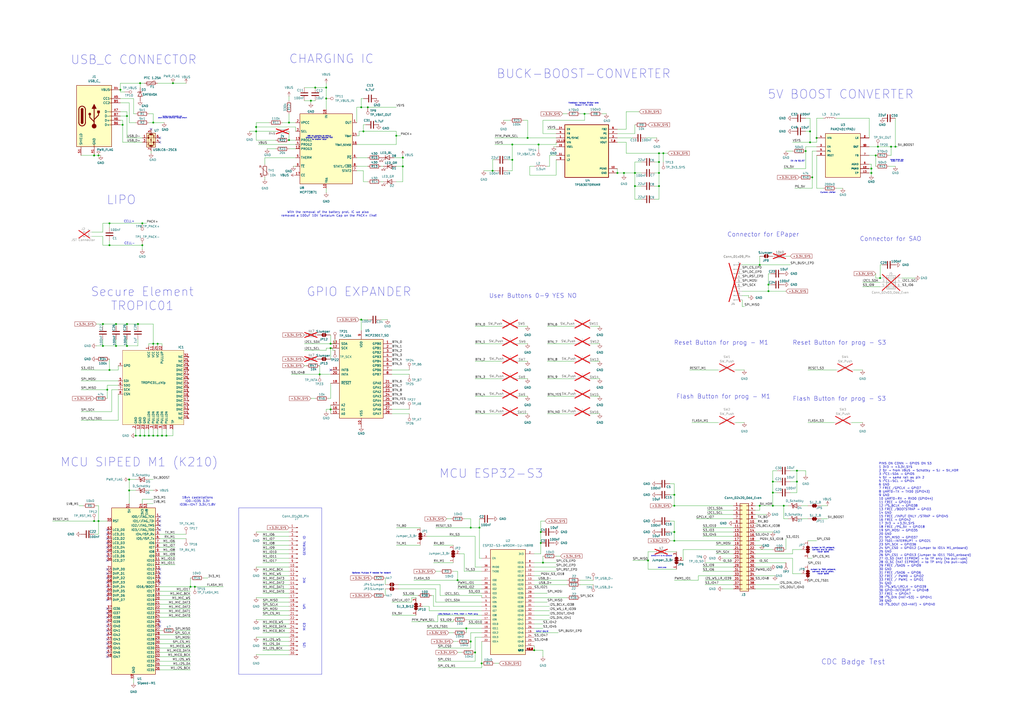
<source format=kicad_sch>
(kicad_sch (version 20250114) (generator "eeschema") (generator_version "9.0")
  (paper "A2")
  (rectangle (start 138.43 294.64) (end 186.69 391.16))
  (text "MCU ESP32-S3\n" (at 284.988 274.828 0) (effects (font (size 5.08 5.08))))
  (text "User Buttons 0-9 YES NO" (at 309.118 171.704 0) (effects (font (size 2.54 2.54))))
  (text "18x4 castellations\nIO0-IO35 3.3V\nIO36-IO47 3.3V/1.8V" (at 114.554 290.83 0) (effects (font (size 1.27 1.27))))
  (text "BUCK-BOOST-CONVERTER" (at 338.582 42.926 0) (effects (font (size 5.08 5.08))))
  (text "GENERAL IO\n" (at 176.53 316.738 90) (effects (font (size 1.27 1.27))))
  (text "LIPO" (at 70.358 116.078 0) (effects (font (size 5.08 5.08))))
  (text "MIC0" (at 176.53 363.728 90) (effects (font (size 1.27 1.27))))
  (text "CELL-" (at 75.184 141.224 0) (effects (font (size 1.27 1.27))))
  (text "Handles plug orientation and \npower direction (receive)/ Voltage amount" (at 100.076 68.072 0) (effects (font (size 0.508 0.508))))
  (text "EN via S3_IO7" (at 462.788 93.472 0) (effects (font (size 0.762 0.762))))
  (text "USB_C CONNECTOR \n" (at 79.502 34.798 0) (effects (font (size 5.08 5.08))))
  (text "Connector for EPaper\n" (at 442.722 136.144 0) (effects (font (size 2.54 2.54))))
  (text "Jumper to M1_onboard,\nconnect one or other,\nnever both!" (at 477.52 319.024 0) (effects (font (size 0.762 0.762))))
  (text "Reset Button for prog - S3" (at 486.918 198.882 0) (effects (font (size 2.54 2.54))))
  (text "CDC Badge Test " (at 496.062 384.048 0) (effects (font (size 3.048 3.048))))
  (text "LOW/Default = PFM, HIGH = PWM-only" (at 265.684 356.362 0) (effects (font (size 0.762 0.762))))
  (text "MIC" (at 176.53 336.804 90) (effects (font (size 1.27 1.27))))
  (text "Reset Button for prog - M1" (at 418.338 198.882 0) (effects (font (size 2.54 2.54))))
  (text "GPIO EXPANDER" (at 208.28 169.418 0) (effects (font (size 5.08 5.08))))
  (text "Jumper to TS01_onboard,\nconnect one or other,\nnever both!" (at 477.52 331.724 0) (effects (font (size 0.762 0.762))))
  (text "I2S" (at 176.53 374.396 90) (effects (font (size 1.27 1.27))))
  (text "500 mA charging as default\ndesolder R22 and populate R49\nfor another value" (at 185.166 80.01 0) (effects (font (size 0.635 0.635))))
  (text "MCU SIPEED M1 (K210)" (at 80.772 268.224 0) (effects (font (size 5.08 5.08))))
  (text "Flash Button for prog - S3" (at 486.918 231.394 0) (effects (font (size 2.54 2.54))))
  (text "INPUT ONLY!" (at 314.452 366.522 0) (effects (font (size 0.762 0.762))))
  (text "SPI" (at 176.53 352.044 90) (effects (font (size 1.27 1.27))))
  (text "Optional PullUps if needed for Addon!" (at 215.392 332.486 0) (effects (font (size 0.762 0.762))))
  (text "Secure Element\nTROPIC01" (at 82.55 173.482 0) (effects (font (size 5.08 5.08))))
  (text "Voltage Divider sets \nOutput V via ratio" (at 520.446 93.218 0) (effects (font (size 0.508 0.508))))
  (text "DAMPER-R IF 2x M1 CONNECT!" (at 383.794 322.58 0) (effects (font (size 0.508 0.508))))
  (text "Current Limiter" (at 480.314 111.76 0) (effects (font (size 0.762 0.762))))
  (text "5V BOOST CONVERTER" (at 487.68 54.864 0) (effects (font (size 5.08 5.08))))
  (text "PINS ON CONN - GPIOS ON S3\n1 3V3 → +3.3V_SYS\n2 5V → from VBUS → Schottky → SJ → 5V_HDR\n3 I²C1-SDA → GPIO5\n4 5V → same rail as pin 2\n5 I²C1-SCL → GPIO4\n6 GND\n7 FREE /GPCLK → GPIO7\n8 UART0-TX → TXD0 (GPIO43)\n9 GND\n10 UART0-RX → RXD0 (GPIO44)\n11 FREE → GPIO10\n12 I²S_BCLK → GPIO38\n13 FREE /BOOTSTRAP → GPIO3\n14 GND\n15 FREE /INPUT ONLY /STRAP → GPIO45\n16 FREE → GPIO42\n17 3V3 → +3.3V_SYS\n18 FREE /PG_5V → GPIO18\n19 SPI_MOSI → GPIO35\n20 GND\n21 SPI_MISO → GPIO37\n22 TS01-INTERRUPT → GPIO21\n23 SPI_SCK → GPIO36\n24 SPI_CS0 → GPIO12 (Jumper to IO14 M1_onboard)\n25 GND\n26 SPI_CS1 → GPIO13 (Jumper to IO11 TS01_onboard)\n27 ID_SD (HAT EEPROM) → to TP only (no pull-ups)\n28 ID_SC (HAT EEPROM) → to TP only (no pull-ups)\n29 FREE /SAO5 → GPIO9\n30 GND\n31 FREE /SAO6 → GPIO6\n32 FREE / PWM0 → GPIO2\n33 FREE / PWM1 → GPIO1\n34 GND\n35 I²S_WS/LRCLK → GPIO39\n36 GPIO-INTERUPT → GPIO48\n37 FREE → GPIO47\n38 I²S_DIN (HAT→S3) → GPIO41\n39 GND\n40 I²S_DOUT (S3→HAT) → GPIO40" (at 509.778 309.88 0) (effects (font (size 1.27 1.27)) (justify left)))
  (text "CELL+" (at 74.93 128.524 0) (effects (font (size 1.27 1.27))))
  (text "Connector for SAO\n" (at 516.636 138.684 0) (effects (font (size 2.54 2.54))))
  (text "With the removal of the battery prot. IC we also \nremoved a 100uF 10V Tantalum Cap on the PACK+ line!" (at 190.754 124.206 0) (effects (font (size 1.27 1.27))))
  (text "Flash Button for prog - M1" (at 419.608 230.124 0) (effects (font (size 2.54 2.54))))
  (text "DIRECT_MISO" (at 384.048 329.438 0) (effects (font (size 0.508 0.508))))
  (text "CHARGING IC" (at 192.278 34.29 0) (effects (font (size 5.08 5.08))))
  (text "Feedback Voltage Divider sets \nOutput V via ratio" (at 338.836 60.452 0) (effects (font (size 0.762 0.762))))
  (junction (at 445.77 168.91))
  (junction (at 189.23 50.8))
  (junction (at 270.51 364.49))
  (junction (at 384.81 88.9))
  (junction (at 54.61 302.26))
  (junction (at 471.17 102.87))
  (junction (at 382.27 88.9))
  (junction (at 382.27 100.33))
  (junction (at 209.55 62.23))
  (junction (at 382.27 107.95))
  (junction (at 83.82 252.73))
  (junction (at 62.23 226.06))
  (junction (at 297.18 92.71))
  (junction (at 505.46 100.33))
  (junction (at 233.68 91.44))
  (junction (at 113.03 340.36))
  (junction (at 189.23 57.15))
  (junction (at 279.4 384.81))
  (junction (at 59.69 200.66))
  (junction (at 100.33 48.26))
  (junction (at 88.9 252.73))
  (junction (at 339.09 66.04))
  (junction (at 391.16 308.61))
  (junction (at 96.52 252.73))
  (junction (at 445.77 165.1))
  (junction (at 273.05 372.11))
  (junction (at 467.36 87.63))
  (junction (at 63.5 142.24))
  (junction (at 82.55 129.54))
  (junction (at 81.28 252.73))
  (junction (at 306.07 80.01))
  (junction (at 93.98 252.73))
  (junction (at 454.66 293.37))
  (junction (at 297.18 83.82))
  (junction (at 510.54 161.29))
  (junction (at 462.28 279.4))
  (junction (at 86.36 252.73))
  (junction (at 508 90.17))
  (junction (at 67.31 187.96))
  (junction (at 391.16 293.37))
  (junction (at 233.68 96.52))
  (junction (at 275.59 378.46))
  (junction (at 63.5 214.63))
  (junction (at 74.93 278.13))
  (junction (at 391.16 287.02))
  (junction (at 382.27 93.98))
  (junction (at 313.69 308.61))
  (junction (at 285.75 99.06))
  (junction (at 180.34 58.42))
  (junction (at 440.69 153.67))
  (junction (at 469.9 76.2))
  (junction (at 358.14 100.33))
  (junction (at 265.43 336.55))
  (junction (at 81.28 48.26))
  (junction (at 314.96 326.39))
  (junction (at 313.69 314.96))
  (junction (at 167.64 81.28))
  (junction (at 462.28 273.05))
  (junction (at 82.55 142.24))
  (junction (at 88.9 199.39))
  (junction (at 309.88 377.19))
  (junction (at 312.42 83.82))
  (junction (at 80.01 187.96))
  (junction (at 361.95 100.33))
  (junction (at 63.5 129.54))
  (junction (at 473.71 80.01))
  (junction (at 69.85 52.07))
  (junction (at 210.82 76.2))
  (junction (at 209.55 185.42))
  (junction (at 73.66 200.66))
  (junction (at 182.88 50.8))
  (junction (at 167.64 71.12))
  (junction (at 469.9 82.55))
  (junction (at 213.36 62.23))
  (junction (at 191.77 199.39))
  (junction (at 71.12 72.39))
  (junction (at 88.9 71.12))
  (junction (at 229.87 78.74))
  (junction (at 91.44 252.73))
  (junction (at 74.93 284.48))
  (junction (at 391.16 313.69))
  (junction (at 59.69 187.96))
  (junction (at 91.44 199.39))
  (junction (at 368.3 100.33))
  (junction (at 278.13 306.07))
  (junction (at 73.66 67.31))
  (junction (at 110.49 340.36))
  (junction (at 57.15 90.17))
  (junction (at 78.74 252.73))
  (junction (at 505.46 97.79))
  (junction (at 440.69 293.37))
  (junction (at 148.59 73.66))
  (junction (at 375.92 325.12))
  (junction (at 448.31 293.37))
  (junction (at 519.43 85.09))
  (junction (at 148.59 76.2))
  (junction (at 191.77 201.93))
  (junction (at 368.3 107.95))
  (junction (at 448.31 279.4))
  (junction (at 191.77 237.49))
  (junction (at 73.66 187.96))
  (junction (at 67.31 200.66))
  (junction (at 185.42 217.17))
  (junction (at 509.27 85.09))
  (junction (at 448.31 285.75))
  (junction (at 54.61 90.17))
  (junction (at 516.89 85.09))
  (junction (at 273.05 306.07))
  (junction (at 57.15 302.26))
  (no_connect (at 62.23 368.3))
  (no_connect (at 62.23 358.14))
  (no_connect (at 62.23 342.9))
  (no_connect (at 92.71 337.82))
  (no_connect (at 62.23 345.44))
  (no_connect (at 62.23 370.84))
  (no_connect (at 62.23 314.96))
  (no_connect (at 62.23 355.6))
  (no_connect (at 62.23 347.98))
  (no_connect (at 62.23 335.28))
  (no_connect (at 62.23 322.58))
  (no_connect (at 62.23 309.88))
  (no_connect (at 92.71 299.72))
  (no_connect (at 92.71 302.26))
  (no_connect (at 92.71 304.8))
  (no_connect (at 62.23 365.76))
  (no_connect (at 62.23 337.82))
  (no_connect (at 87.63 74.93))
  (no_connect (at 191.77 214.63))
  (no_connect (at 62.23 353.06))
  (no_connect (at 62.23 340.36))
  (no_connect (at 92.71 307.34))
  (no_connect (at 62.23 330.2))
  (no_connect (at 92.71 360.68))
  (no_connect (at 62.23 363.22))
  (no_connect (at 92.71 335.28))
  (no_connect (at 92.71 80.01))
  (no_connect (at 62.23 317.5))
  (no_connect (at 62.23 373.38))
  (no_connect (at 92.71 332.74))
  (no_connect (at 62.23 378.46))
  (no_connect (at 62.23 320.04))
  (no_connect (at 62.23 312.42))
  (no_connect (at 62.23 325.12))
  (no_connect (at 62.23 375.92))
  (no_connect (at 92.71 363.22))
  (no_connect (at 62.23 360.68))
  (no_connect (at 92.71 330.2))
  (no_connect (at 62.23 332.74))
  (no_connect (at 92.71 82.55))
  (no_connect (at 62.23 307.34))
  (no_connect (at 62.23 381))
  (wire (pts (xy 307.34 101.6) (xy 322.58 101.6)))
  (wire (pts (xy 209.55 57.15) (xy 210.82 57.15)))
  (wire (pts (xy 473.71 68.58) (xy 473.71 80.01)))
  (wire (pts (xy 92.71 381) (xy 110.49 381)))
  (wire (pts (xy 477.52 109.22) (xy 473.71 109.22)))
  (wire (pts (xy 292.1 69.85) (xy 295.91 69.85)))
  (wire (pts (xy 500.38 163.83) (xy 510.54 163.83)))
  (wire (pts (xy 101.6 322.58) (xy 92.71 322.58)))
  (wire (pts (xy 252.73 331.47) (xy 255.27 331.47)))
  (wire (pts (xy 46.99 220.98) (xy 68.58 220.98)))
  (wire (pts (xy 213.36 62.23) (xy 229.87 62.23)))
  (wire (pts (xy 152.4 321.31) (xy 167.64 321.31)))
  (wire (pts (xy 273.05 306.07) (xy 273.05 300.99)))
  (wire (pts (xy 273.05 375.92) (xy 273.05 372.11)))
  (wire (pts (xy 468.63 245.11) (xy 483.87 245.11)))
  (wire (pts (xy 190.5 231.14) (xy 191.77 231.14)))
  (wire (pts (xy 67.31 187.96) (xy 73.66 187.96)))
  (wire (pts (xy 313.69 302.26) (xy 316.23 302.26)))
  (wire (pts (xy 363.22 64.77) (xy 370.84 64.77)))
  (wire (pts (xy 91.44 199.39) (xy 93.98 199.39)))
  (wire (pts (xy 255.27 360.68) (xy 262.89 360.68)))
  (wire (pts (xy 504.19 85.09) (xy 509.27 85.09)))
  (wire (pts (xy 391.16 293.37) (xy 425.45 293.37)))
  (wire (pts (xy 392.43 330.2) (xy 375.92 330.2)))
  (wire (pts (xy 59.69 129.54) (xy 59.69 134.62)))
  (wire (pts (xy 238.76 360.68) (xy 254 360.68)))
  (wire (pts (xy 231.14 339.09) (xy 255.27 339.09)))
  (wire (pts (xy 74.93 292.1) (xy 74.93 284.48)))
  (wire (pts (xy 505.46 95.25) (xy 505.46 97.79)))
  (wire (pts (xy 88.9 187.96) (xy 80.01 187.96)))
  (wire (pts (xy 363.22 88.9) (xy 363.22 82.55)))
  (wire (pts (xy 241.3 346.71) (xy 238.76 346.71)))
  (wire (pts (xy 59.69 196.85) (xy 59.69 200.66)))
  (wire (pts (xy 516.89 85.09) (xy 519.43 85.09)))
  (wire (pts (xy 408.94 326.39) (xy 425.45 326.39)))
  (wire (pts (xy 152.4 374.65) (xy 167.64 374.65)))
  (wire (pts (xy 45.72 293.37) (xy 48.26 293.37)))
  (wire (pts (xy 325.12 322.58) (xy 322.58 322.58)))
  (wire (pts (xy 92.71 345.44) (xy 110.49 345.44)))
  (wire (pts (xy 439.42 300.99) (xy 438.15 300.99)))
  (wire (pts (xy 458.47 273.05) (xy 462.28 273.05)))
  (wire (pts (xy 318.77 90.17) (xy 322.58 90.17)))
  (wire (pts (xy 223.52 335.28) (xy 223.52 339.09)))
  (wire (pts (xy 233.68 96.52) (xy 233.68 105.41)))
  (wire (pts (xy 408.94 339.09) (xy 425.45 339.09)))
  (wire (pts (xy 57.15 293.37) (xy 57.15 302.26)))
  (wire (pts (xy 454.66 97.79) (xy 467.36 97.79)))
  (wire (pts (xy 382.27 107.95) (xy 382.27 115.57)))
  (wire (pts (xy 93.98 252.73) (xy 96.52 252.73)))
  (wire (pts (xy 262.89 360.68) (xy 262.89 359.41)))
  (wire (pts (xy 448.31 279.4) (xy 450.85 279.4)))
  (wire (pts (xy 101.6 325.12) (xy 92.71 325.12)))
  (wire (pts (xy 86.36 199.39) (xy 88.9 199.39)))
  (wire (pts (xy 358.14 82.55) (xy 363.22 82.55)))
  (wire (pts (xy 86.36 199.39) (xy 86.36 200.66)))
  (wire (pts (xy 454.66 293.37) (xy 454.66 300.99)))
  (wire (pts (xy 407.67 328.93) (xy 425.45 328.93)))
  (wire (pts (xy 71.12 72.39) (xy 71.12 82.55)))
  (wire (pts (xy 189.23 201.93) (xy 191.77 201.93)))
  (wire (pts (xy 86.36 248.92) (xy 86.36 252.73)))
  (wire (pts (xy 220.98 96.52) (xy 222.25 96.52)))
  (wire (pts (xy 495.3 214.63) (xy 500.38 214.63)))
  (wire (pts (xy 120.65 335.28) (xy 118.11 335.28)))
  (wire (pts (xy 92.71 350.52) (xy 110.49 350.52)))
  (wire (pts (xy 152.4 323.85) (xy 167.64 323.85)))
  (wire (pts (xy 459.74 323.85) (xy 438.15 323.85)))
  (wire (pts (xy 74.93 278.13) (xy 74.93 284.48)))
  (wire (pts (xy 523.24 161.29) (xy 530.86 161.29)))
  (wire (pts (xy 251.46 316.23) (xy 262.89 316.23)))
  (wire (pts (xy 448.31 293.37) (xy 454.66 293.37)))
  (wire (pts (xy 459.74 82.55) (xy 469.9 82.55)))
  (wire (pts (xy 92.71 355.6) (xy 110.49 355.6)))
  (wire (pts (xy 30.48 302.26) (xy 54.61 302.26)))
  (wire (pts (xy 59.69 187.96) (xy 67.31 187.96)))
  (wire (pts (xy 473.71 90.17) (xy 473.71 109.22)))
  (wire (pts (xy 358.14 74.93) (xy 363.22 74.93)))
  (wire (pts (xy 152.4 351.79) (xy 167.64 351.79)))
  (wire (pts (xy 83.82 252.73) (xy 86.36 252.73)))
  (wire (pts (xy 285.75 99.06) (xy 280.67 99.06)))
  (wire (pts (xy 504.19 90.17) (xy 508 90.17)))
  (wire (pts (xy 438.15 328.93) (xy 447.04 328.93)))
  (wire (pts (xy 88.9 199.39) (xy 91.44 199.39)))
  (wire (pts (xy 430.53 171.45) (xy 434.34 171.45)))
  (wire (pts (xy 459.74 332.74) (xy 459.74 323.85)))
  (wire (pts (xy 363.22 74.93) (xy 363.22 64.77)))
  (wire (pts (xy 223.52 341.63) (xy 223.52 345.44)))
  (wire (pts (xy 318.77 96.52) (xy 318.77 90.17)))
  (wire (pts (xy 167.64 86.36) (xy 171.45 86.36)))
  (wire (pts (xy 285.75 92.71) (xy 285.75 99.06)))
  (wire (pts (xy 171.45 73.66) (xy 171.45 76.2)))
  (wire (pts (xy 180.34 58.42) (xy 182.88 58.42)))
  (wire (pts (xy 209.55 62.23) (xy 213.36 62.23)))
  (wire (pts (xy 275.59 378.46) (xy 275.59 369.57)))
  (wire (pts (xy 388.62 313.69) (xy 391.16 313.69)))
  (wire (pts (xy 233.68 91.44) (xy 233.68 90.17)))
  (wire (pts (xy 278.13 306.07) (xy 278.13 323.85)))
  (wire (pts (xy 448.31 285.75) (xy 448.31 293.37)))
  (wire (pts (xy 101.6 317.5) (xy 92.71 317.5)))
  (wire (pts (xy 434.34 171.45) (xy 434.34 172.72)))
  (wire (pts (xy 440.69 293.37) (xy 448.31 293.37)))
  (wire (pts (xy 314.96 361.95) (xy 309.88 361.95)))
  (wire (pts (xy 176.53 212.09) (xy 177.8 212.09)))
  (wire (pts (xy 251.46 351.79) (xy 279.4 351.79)))
  (wire (pts (xy 403.86 300.99) (xy 425.45 300.99)))
  (wire (pts (xy 92.71 375.92) (xy 110.49 375.92)))
  (wire (pts (xy 375.92 320.04) (xy 379.73 320.04)))
  (wire (pts (xy 73.66 187.96) (xy 80.01 187.96)))
  (wire (pts (xy 391.16 287.02) (xy 391.16 293.37)))
  (wire (pts (xy 182.88 50.8) (xy 189.23 50.8)))
  (wire (pts (xy 152.4 361.95) (xy 167.64 361.95)))
  (wire (pts (xy 62.23 223.52) (xy 62.23 226.06)))
  (wire (pts (xy 227.33 214.63) (xy 237.49 214.63)))
  (wire (pts (xy 382.27 100.33) (xy 379.73 100.33)))
  (wire (pts (xy 473.71 68.58) (xy 477.52 68.58)))
  (wire (pts (xy 265.43 331.47) (xy 262.89 331.47)))
  (wire (pts (xy 309.88 96.52) (xy 307.34 96.52)))
  (wire (pts (xy 88.9 199.39) (xy 88.9 187.96)))
  (wire (pts (xy 519.43 85.09) (xy 520.7 85.09)))
  (wire (pts (xy 374.65 80.01) (xy 381 80.01)))
  (wire (pts (xy 317.5 189.23) (xy 332.74 189.23)))
  (wire (pts (xy 255.27 339.09) (xy 255.27 345.44)))
  (wire (pts (xy 207.01 62.23) (xy 209.55 62.23)))
  (wire (pts (xy 73.66 200.66) (xy 80.01 200.66)))
  (wire (pts (xy 454.66 293.37) (xy 457.2 293.37)))
  (wire (pts (xy 372.11 100.33) (xy 368.3 100.33)))
  (wire (pts (xy 189.23 50.8) (xy 189.23 57.15)))
  (wire (pts (xy 210.82 99.06) (xy 210.82 105.41)))
  (wire (pts (xy 152.4 339.09) (xy 167.64 339.09)))
  (wire (pts (xy 326.39 66.04) (xy 328.93 66.04)))
  (wire (pts (xy 312.42 83.82) (xy 312.42 86.36)))
  (wire (pts (xy 86.36 284.48) (xy 88.9 284.48)))
  (wire (pts (xy 430.53 173.99) (xy 430.53 177.8)))
  (wire (pts (xy 303.53 69.85) (xy 306.07 69.85)))
  (wire (pts (xy 339.09 69.85) (xy 314.96 69.85)))
  (wire (pts (xy 148.59 71.12) (xy 156.21 71.12)))
  (wire (pts (xy 384.81 88.9) (xy 387.35 88.9)))
  (wire (pts (xy 191.77 237.49) (xy 191.77 240.03)))
  (wire (pts (xy 450.85 285.75) (xy 448.31 285.75)))
  (wire (pts (xy 458.47 153.67) (xy 440.69 153.67)))
  (wire (pts (xy 46.99 214.63) (xy 63.5 214.63)))
  (wire (pts (xy 254 383.54) (xy 275.59 383.54)))
  (wire (pts (xy 467.36 85.09) (xy 473.71 85.09)))
  (wire (pts (xy 57.15 302.26) (xy 62.23 302.26)))
  (wire (pts (xy 363.22 88.9) (xy 382.27 88.9)))
  (wire (pts (xy 227.33 217.17) (xy 237.49 217.17)))
  (wire (pts (xy 152.4 377.19) (xy 167.64 377.19)))
  (wire (pts (xy 191.77 199.39) (xy 194.31 199.39)))
  (wire (pts (xy 233.68 345.44) (xy 242.57 345.44)))
  (wire (pts (xy 152.4 367.03) (xy 167.64 367.03)))
  (wire (pts (xy 55.88 200.66) (xy 59.69 200.66)))
  (wire (pts (xy 180.34 58.42) (xy 180.34 59.69)))
  (wire (pts (xy 152.4 331.47) (xy 167.64 331.47)))
  (wire (pts (xy 279.4 384.81) (xy 279.4 372.11)))
  (wire (pts (xy 448.31 318.77) (xy 438.15 318.77)))
  (wire (pts (xy 209.55 185.42) (xy 208.28 185.42)))
  (wire (pts (xy 208.28 76.2) (xy 210.82 76.2)))
  (wire (pts (xy 101.6 327.66) (xy 92.71 327.66)))
  (wire (pts (xy 210.82 72.39) (xy 212.09 72.39)))
  (wire (pts (xy 77.47 66.04) (xy 77.47 57.15)))
  (wire (pts (xy 229.87 78.74) (xy 232.41 78.74)))
  (wire (pts (xy 81.28 48.26) (xy 83.82 48.26)))
  (wire (pts (xy 300.99 189.23) (xy 306.07 189.23)))
  (wire (pts (xy 318.77 356.87) (xy 309.88 356.87)))
  (wire (pts (xy 92.71 358.14) (xy 110.49 358.14)))
  (wire (pts (xy 476.25 300.99) (xy 480.06 300.99)))
  (wire (pts (xy 245.11 351.79) (xy 248.92 351.79)))
  (wire (pts (xy 445.77 168.91) (xy 430.53 168.91)))
  (wire (pts (xy 273.05 375.92) (xy 254 375.92)))
  (wire (pts (xy 275.59 383.54) (xy 275.59 378.46)))
  (wire (pts (xy 93.98 199.39) (xy 93.98 200.66)))
  (wire (pts (xy 430.53 177.8) (xy 431.8 177.8)))
  (wire (pts (xy 176.53 50.8) (xy 182.88 50.8)))
  (wire (pts (xy 229.87 76.2) (xy 229.87 78.74)))
  (wire (pts (xy 88.9 71.12) (xy 95.25 71.12)))
  (wire (pts (xy 339.09 66.04) (xy 339.09 69.85)))
  (wire (pts (xy 63.5 129.54) (xy 63.5 132.08)))
  (wire (pts (xy 55.88 187.96) (xy 59.69 187.96)))
  (wire (pts (xy 57.15 302.26) (xy 57.15 309.88)))
  (wire (pts (xy 210.82 105.41) (xy 213.36 105.41)))
  (wire (pts (xy 81.28 48.26) (xy 81.28 50.8)))
  (wire (pts (xy 309.88 328.93) (xy 322.58 328.93)))
  (wire (pts (xy 74.93 284.48) (xy 78.74 284.48)))
  (wire (pts (xy 458.47 279.4) (xy 462.28 279.4)))
  (wire (pts (xy 467.36 87.63) (xy 467.36 97.79)))
  (wire (pts (xy 438.15 298.45) (xy 444.5 298.45)))
  (wire (pts (xy 170.18 96.52) (xy 171.45 96.52)))
  (wire (pts (xy 210.82 72.39) (xy 210.82 76.2)))
  (wire (pts (xy 46.99 226.06) (xy 62.23 226.06)))
  (wire (pts (xy 92.71 378.46) (xy 110.49 378.46)))
  (wire (pts (xy 251.46 345.44) (xy 251.46 351.79)))
  (wire (pts (xy 410.21 298.45) (xy 425.45 298.45)))
  (wire (pts (xy 46.99 238.76) (xy 64.77 238.76)))
  (wire (pts (xy 317.5 229.87) (xy 332.74 229.87)))
  (wire (pts (xy 407.67 311.15) (xy 425.45 311.15)))
  (wire (pts (xy 476.25 293.37) (xy 480.06 293.37)))
  (wire (pts (xy 207.01 99.06) (xy 210.82 99.06)))
  (wire (pts (xy 101.6 320.04) (xy 92.71 320.04)))
  (wire (pts (xy 252.73 349.25) (xy 279.4 349.25)))
  (wire (pts (xy 92.71 309.88) (xy 107.95 309.88)))
  (wire (pts (xy 144.78 76.2) (xy 148.59 76.2)))
  (wire (pts (xy 229.87 78.74) (xy 229.87 83.82)))
  (wire (pts (xy 185.42 217.17) (xy 191.77 217.17)))
  (wire (pts (xy 382.27 93.98) (xy 379.73 93.98)))
  (wire (pts (xy 92.71 383.54) (xy 110.49 383.54)))
  (wire (pts (xy 388.62 287.02) (xy 391.16 287.02)))
  (wire (pts (xy 176.53 58.42) (xy 180.34 58.42)))
  (wire (pts (xy 500.38 166.37) (xy 510.54 166.37)))
  (wire (pts (xy 148.59 73.66) (xy 171.45 73.66)))
  (wire (pts (xy 321.31 85.09) (xy 322.58 85.09)))
  (wire (pts (xy 189.23 201.93) (xy 189.23 203.2)))
  (wire (pts (xy 508 161.29) (xy 510.54 161.29)))
  (wire (pts (xy 515.62 90.17) (xy 516.89 90.17)))
  (wire (pts (xy 247.65 364.49) (xy 270.51 364.49)))
  (wire (pts (xy 464.82 300.99) (xy 468.63 300.99)))
  (wire (pts (xy 516.89 90.17) (xy 516.89 85.09)))
  (wire (pts (xy 154.94 86.36) (xy 160.02 86.36)))
  (wire (pts (xy 471.17 87.63) (xy 471.17 102.87)))
  (wire (pts (xy 504.19 97.79) (xy 505.46 97.79)))
  (wire (pts (xy 278.13 323.85) (xy 279.4 323.85)))
  (wire (pts (xy 185.42 212.09) (xy 185.42 217.17)))
  (wire (pts (xy 92.71 312.42) (xy 107.95 312.42)))
  (wire (pts (xy 167.64 81.28) (xy 171.45 81.28)))
  (wire (pts (xy 92.71 370.84) (xy 110.49 370.84)))
  (wire (pts (xy 152.4 318.77) (xy 167.64 318.77)))
  (wire (pts (xy 459.74 321.31) (xy 438.15 321.31)))
  (wire (pts (xy 207.01 91.44) (xy 213.36 91.44)))
  (wire (pts (xy 148.59 359.41) (xy 167.64 359.41)))
  (wire (pts (xy 342.9 240.03) (xy 347.98 240.03)))
  (wire (pts (xy 110.49 335.28) (xy 110.49 340.36)))
  (wire (pts (xy 73.66 64.77) (xy 73.66 67.31)))
  (wire (pts (xy 504.19 68.58) (xy 504.19 80.01)))
  (wire (pts (xy 336.55 339.09) (xy 344.17 339.09)))
  (wire (pts (xy 81.28 252.73) (xy 83.82 252.73)))
  (wire (pts (xy 209.55 185.42) (xy 209.55 191.77)))
  (wire (pts (xy 152.4 326.39) (xy 167.64 326.39)))
  (wire (pts (xy 78.74 252.73) (xy 81.28 252.73)))
  (wire (pts (xy 504.19 95.25) (xy 505.46 95.25)))
  (wire (pts (xy 92.71 353.06) (xy 110.49 353.06)))
  (wire (pts (xy 314.96 377.19) (xy 314.96 381)))
  (wire (pts (xy 85.09 292.1) (xy 88.9 292.1)))
  (wire (pts (xy 271.78 361.95) (xy 279.4 361.95)))
  (wire (pts (xy 149.86 83.82) (xy 171.45 83.82)))
  (wire (pts (xy 448.31 285.75) (xy 448.31 279.4)))
  (wire (pts (xy 440.69 153.67) (xy 430.53 153.67)))
  (wire (pts (xy 467.36 85.09) (xy 467.36 87.63)))
  (wire (pts (xy 322.58 83.82) (xy 322.58 82.55)))
  (wire (pts (xy 69.85 53.34) (xy 69.85 52.07)))
  (wire (pts (xy 88.9 199.39) (xy 88.9 200.66)))
  (wire (pts (xy 469.9 76.2) (xy 467.36 76.2)))
  (wire (pts (xy 297.18 92.71) (xy 297.18 99.06)))
  (wire (pts (xy 69.85 72.39) (xy 71.12 72.39)))
  (wire (pts (xy 113.03 340.36) (xy 129.54 340.36)))
  (wire (pts (xy 92.71 342.9) (xy 110.49 342.9)))
  (wire (pts (xy 82.55 292.1) (xy 82.55 289.56)))
  (wire (pts (xy 152.4 344.17) (xy 167.64 344.17)))
  (wire (pts (xy 148.59 76.2) (xy 148.59 81.28)))
  (wire (pts (xy 207.01 83.82) (xy 229.87 83.82)))
  (wire (pts (xy 419.1 323.85) (xy 425.45 323.85)))
  (wire (pts (xy 265.43 331.47) (xy 265.43 336.55)))
  (wire (pts (xy 101.6 365.76) (xy 110.49 365.76)))
  (wire (pts (xy 388.62 302.26) (xy 391.16 302.26)))
  (wire (pts (xy 300.99 209.55) (xy 306.07 209.55)))
  (wire (pts (xy 231.14 341.63) (xy 252.73 341.63)))
  (wire (pts (xy 387.35 320.04) (xy 392.43 320.04)))
  (wire (pts (xy 469.9 82.55) (xy 473.71 82.55)))
  (wire (pts (xy 265.43 336.55) (xy 279.4 336.55)))
  (wire (pts (xy 279.4 387.35) (xy 279.4 384.81)))
  (wire (pts (xy 82.55 129.54) (xy 85.09 129.54)))
  (wire (pts (xy 445.77 158.75) (xy 447.04 158.75)))
  (wire (pts (xy 445.77 158.75) (xy 445.77 165.1)))
  (wire (pts (xy 82.55 142.24) (xy 82.55 144.78)))
  (wire (pts (xy 342.9 209.55) (xy 347.98 209.55)))
  (wire (pts (xy 64.77 226.06) (xy 64.77 238.76)))
  (wire (pts (xy 462.28 279.4) (xy 462.28 285.75)))
  (wire (pts (xy 469.9 76.2) (xy 469.9 68.58)))
  (wire (pts (xy 314.96 69.85) (xy 314.96 77.47)))
  (wire (pts (xy 372.11 93.98) (xy 368.3 93.98)))
  (wire (pts (xy 459.74 87.63) (xy 455.93 87.63)))
  (wire (pts (xy 92.71 386.08) (xy 110.49 386.08)))
  (wire (pts (xy 309.88 377.19) (xy 314.96 377.19)))
  (wire (pts (xy 396.24 318.77) (xy 396.24 325.12)))
  (wire (pts (xy 77.47 66.04) (xy 78.74 66.04)))
  (wire (pts (xy 269.24 321.31) (xy 269.24 331.47)))
  (wire (pts (xy 74.93 278.13) (xy 78.74 278.13)))
  (wire (pts (xy 306.07 80.01) (xy 322.58 80.01)))
  (wire (pts (xy 55.88 293.37) (xy 57.15 293.37)))
  (wire (pts (xy 254 356.87) (xy 279.4 356.87)))
  (wire (pts (xy 468.63 323.85) (xy 471.17 323.85)))
  (wire (pts (xy 254 360.68) (xy 254 356.87)))
  (wire (pts (xy 407.67 308.61) (xy 425.45 308.61)))
  (wire (pts (xy 194.31 203.2) (xy 193.04 203.2)))
  (wire (pts (xy 86.36 278.13) (xy 88.9 278.13)))
  (wire (pts (xy 391.16 313.69) (xy 425.45 313.69)))
  (wire (pts (xy 69.85 64.77) (xy 73.66 64.77)))
  (wire (pts (xy 59.69 137.16) (xy 59.69 142.24)))
  (wire (pts (xy 53.34 137.16) (xy 59.69 137.16)))
  (wire (pts (xy 63.5 142.24) (xy 82.55 142.24)))
  (wire (pts (xy 207.01 62.23) (xy 207.01 71.12)))
  (wire (pts (xy 229.87 96.52) (xy 233.68 96.52)))
  (wire (pts (xy 262.89 372.11) (xy 265.43 372.11)))
  (wire (pts (xy 415.29 321.31) (xy 425.45 321.31)))
  (wire (pts (xy 148.59 308.61) (xy 167.64 308.61)))
  (wire (pts (xy 426.72 245.11) (xy 431.8 245.11)))
  (wire (pts (xy 63.5 142.24) (xy 63.5 139.7)))
  (wire (pts (xy 91.44 248.92) (xy 91.44 252.73)))
  (wire (pts (xy 401.32 245.11) (xy 416.56 245.11)))
  (wire (pts (xy 265.43 339.09) (xy 279.4 339.09)))
  (wire (pts (xy 152.4 311.15) (xy 167.64 311.15)))
  (wire (pts (xy 210.82 76.2) (xy 229.87 76.2)))
  (wire (pts (xy 92.71 373.38) (xy 110.49 373.38)))
  (wire (pts (xy 278.13 306.07) (xy 273.05 306.07)))
  (wire (pts (xy 279.4 345.44) (xy 279.4 346.71)))
  (wire (pts (xy 438.15 326.39) (xy 455.93 326.39)))
  (wire (pts (xy 163.83 71.12) (xy 167.64 71.12)))
  (wire (pts (xy 275.59 369.57) (xy 279.4 369.57)))
  (wire (pts (xy 238.76 349.25) (xy 227.33 349.25)))
  (wire (pts (xy 59.69 142.24) (xy 63.5 142.24)))
  (wire (pts (xy 309.88 334.01) (xy 313.69 334.01)))
  (wire (pts (xy 405.13 334.01) (xy 425.45 334.01)))
  (wire (pts (xy 73.66 200.66) (xy 73.66 196.85)))
  (wire (pts (xy 396.24 318.77) (xy 425.45 318.77)))
  (wire (pts (xy 254 387.35) (xy 279.4 387.35)))
  (wire (pts (xy 309.88 349.25) (xy 317.5 349.25)))
  (wire (pts (xy 367.03 325.12) (xy 375.92 325.12)))
  (wire (pts (xy 473.71 82.55) (xy 473.71 80.01)))
  (wire (pts (xy 510.54 161.29) (xy 510.54 153.67)))
  (wire (pts (xy 167.64 71.12) (xy 171.45 71.12)))
  (wire (pts (xy 426.72 214.63) (xy 431.8 214.63)))
  (wire (pts (xy 91.44 48.26) (xy 100.33 48.26)))
  (wire (pts (xy 68.58 228.6) (xy 68.58 243.84)))
  (wire (pts (xy 78.74 248.92) (xy 78.74 252.73)))
  (wire (pts (xy 63.5 129.54) (xy 82.55 129.54)))
  (wire (pts (xy 382.27 107.95) (xy 379.73 107.95)))
  (wire (pts (xy 167.64 55.88) (xy 167.64 58.42)))
  (wire (pts (xy 454.66 300.99) (xy 457.2 300.99)))
  (wire (pts (xy 152.4 336.55) (xy 167.64 336.55)))
  (wire (pts (xy 64.77 226.06) (xy 68.58 226.06)))
  (wire (pts (xy 309.88 374.65) (xy 309.88 377.19)))
  (wire (pts (xy 153.67 104.14) (xy 153.67 102.87)))
  (wire (pts (xy 469.9 68.58) (xy 467.36 68.58)))
  (wire (pts (xy 148.59 346.71) (xy 167.64 346.71)))
  (wire (pts (xy 59.69 200.66) (xy 67.31 200.66)))
  (wire (pts (xy 228.6 91.44) (xy 233.68 91.44)))
  (wire (pts (xy 438.15 293.37) (xy 440.69 293.37)))
  (wire (pts (xy 168.91 217.17) (xy 185.42 217.17)))
  (wire (pts (xy 275.59 199.39) (xy 290.83 199.39)))
  (wire (pts (xy 342.9 189.23) (xy 347.98 189.23)))
  (wire (pts (xy 468.63 214.63) (xy 485.14 214.63)))
  (wire (pts (xy 73.66 67.31) (xy 73.66 80.01)))
  (wire (pts (xy 92.71 340.36) (xy 110.49 340.36)))
  (wire (pts (xy 500.38 245.11) (xy 494.03 245.11)))
  (wire (pts (xy 270.51 359.41) (xy 279.4 359.41)))
  (wire (pts (xy 62.23 223.52) (xy 68.58 223.52)))
  (wire (pts (xy 68.58 214.63) (xy 68.58 212.09)))
  (wire (pts (xy 73.66 80.01) (xy 82.55 80.01)))
  (wire (pts (xy 313.69 308.61) (xy 313.69 314.96)))
  (wire (pts (xy 445.77 165.1) (xy 447.04 165.1)))
  (wire (pts (xy 54.61 302.26) (xy 57.15 302.26)))
  (wire (pts (xy 208.28 78.74) (xy 208.28 76.2)))
  (wire (pts (xy 152.4 372.11) (xy 167.64 372.11)))
  (wire (pts (xy 510.54 153.67) (xy 511.81 153.67)))
  (wire (pts (xy 275.59 189.23) (xy 290.83 189.23)))
  (wire (pts (xy 73.66 187.96) (xy 73.66 189.23)))
  (wire (pts (xy 368.3 93.98) (xy 368.3 100.33)))
  (wire (pts (xy 287.02 99.06) (xy 285.75 99.06)))
  (wire (pts (xy 400.05 214.63) (xy 416.56 214.63)))
  (wire (pts (xy 312.42 83.82) (xy 322.58 83.82)))
  (wire (pts (xy 300.99 199.39) (xy 306.07 199.39)))
  (wire (pts (xy 309.88 326.39) (xy 314.96 326.39)))
  (wire (pts (xy 407.67 331.47) (xy 425.45 331.47)))
  (wire (pts (xy 152.4 313.69) (xy 167.64 313.69)))
  (wire (pts (xy 248.92 351.79) (xy 248.92 354.33)))
  (wire (pts (xy 148.59 73.66) (xy 148.59 76.2)))
  (wire (pts (xy 152.4 316.23) (xy 167.64 316.23)))
  (wire (pts (xy 419.1 341.63) (xy 425.45 341.63)))
  (wire (pts (xy 153.67 91.44) (xy 153.67 95.25)))
  (wire (pts (xy 250.19 345.44) (xy 251.46 345.44)))
  (wire (pts (xy 309.88 344.17) (xy 317.5 344.17)))
  (wire (pts (xy 222.25 105.41) (xy 220.98 105.41)))
  (wire (pts (xy 148.59 328.93) (xy 167.64 328.93)))
  (wire (pts (xy 86.36 252.73) (xy 88.9 252.73)))
  (wire (pts (xy 227.33 240.03) (xy 237.49 240.03)))
  (wire (pts (xy 148.59 76.2) (xy 160.02 76.2)))
  (wire (pts (xy 78.74 71.12) (xy 74.93 71.12)))
  (wire (pts (xy 309.88 331.47) (xy 322.58 331.47)))
  (wire (pts (xy 269.24 331.47) (xy 279.4 331.47)))
  (wire (pts (xy 251.46 326.39) (xy 262.89 326.39)))
  (wire (pts (xy 273.05 367.03) (xy 273.05 372.11)))
  (wire (pts (xy 59.69 129.54) (xy 63.5 129.54)))
  (wire (pts (xy 54.61 309.88) (xy 57.15 309.88)))
  (wire (pts (xy 289.56 384.81) (xy 287.02 384.81)))
  (wire (pts (xy 375.92 325.12) (xy 375.92 320.04)))
  (wire (pts (xy 152.4 364.49) (xy 167.64 364.49)))
  (wire (pts (xy 233.68 91.44) (xy 233.68 96.52)))
  (wire (pts (xy 408.94 336.55) (xy 425.45 336.55)))
  (wire (pts (xy 270.51 364.49) (xy 270.51 367.03)))
  (wire (pts (xy 88.9 252.73) (xy 91.44 252.73)))
  (wire (pts (xy 207.01 78.74) (xy 208.28 78.74)))
  (wire (pts (xy 464.82 318.77) (xy 459.74 318.77)))
  (wire (pts (xy 440.69 148.59) (xy 440.69 153.67)))
  (wire (pts (xy 368.3 72.39) (xy 368.3 77.47)))
  (wire (pts (xy 294.64 92.71) (xy 297.18 92.71)))
  (wire (pts (xy 300.99 240.03) (xy 306.07 240.03)))
  (wire (pts (xy 77.47 57.15) (xy 69.85 57.15)))
  (wire (pts (xy 54.61 90.17) (xy 57.15 90.17)))
  (wire (pts (xy 358.14 97.79) (xy 358.14 100.33)))
  (wire (pts (xy 74.93 71.12) (xy 74.93 59.69)))
  (wire (pts (xy 180.34 231.14) (xy 182.88 231.14)))
  (wire (pts (xy 368.3 100.33) (xy 368.3 107.95)))
  (wire (pts (xy 382.27 100.33) (xy 382.27 107.95)))
  (wire (pts (xy 336.55 66.04) (xy 339.09 66.04)))
  (wire (pts (xy 297.18 83.82) (xy 312.42 83.82)))
  (wire (pts (xy 307.34 96.52) (xy 307.34 101.6)))
  (wire (pts (xy 153.67 91.44) (xy 171.45 91.44)))
  (wire (pts (xy 275.59 219.71) (xy 290.83 219.71)))
  (wire (pts (xy 88.9 71.12) (xy 88.9 66.04)))
  (wire (pts (xy 152.4 354.33) (xy 167.64 354.33)))
  (wire (pts (xy 287.02 80.01) (xy 306.07 80.01)))
  (wire (pts (xy 469.9 82.55) (xy 469.9 76.2)))
  (wire (pts (xy 382.27 93.98) (xy 382.27 100.33)))
  (wire (pts (xy 92.71 347.98) (xy 110.49 347.98)))
  (wire (pts (xy 336.55 336.55) (xy 344.17 336.55)))
  (wire (pts (xy 317.5 96.52) (xy 318.77 96.52)))
  (wire (pts (xy 440.69 313.69) (xy 438.15 313.69)))
  (wire (pts (xy 313.69 314.96) (xy 313.69 321.31)))
  (wire (pts (xy 247.65 311.15) (xy 275.59 311.15)))
  (wire (pts (xy 275.59 229.87) (xy 290.83 229.87)))
  (wire (pts (xy 313.69 308.61) (xy 313.69 302.26)))
  (wire (pts (xy 407.67 306.07) (xy 425.45 306.07)))
  (wire (pts (xy 191.77 234.95) (xy 191.77 237.49)))
  (wire (pts (xy 372.11 115.57) (xy 368.3 115.57)))
  (wire (pts (xy 227.33 237.49) (xy 237.49 237.49)))
  (wire (pts (xy 440.69 295.91) (xy 440.69 293.37)))
  (wire (pts (xy 92.71 365.76) (xy 93.98 365.76)))
  (wire (pts (xy 77.47 393.7) (xy 77.47 396.24)))
  (wire (pts (xy 275.59 328.93) (xy 275.59 311.15)))
  (wire (pts (xy 193.04 201.93) (xy 191.77 201.93)))
  (wire (pts (xy 233.68 105.41) (xy 229.87 105.41)))
  (wire (pts (xy 306.07 69.85) (xy 306.07 80.01)))
  (wire (pts (xy 86.36 66.04) (xy 88.9 66.04)))
  (wire (pts (xy 148.59 379.73) (xy 167.64 379.73)))
  (wire (pts (xy 191.77 237.49) (xy 189.23 237.49)))
  (wire (pts (xy 309.88 367.03) (xy 323.85 367.03)))
  (wire (pts (xy 46.99 90.17) (xy 54.61 90.17)))
  (wire (pts (xy 67.31 200.66) (xy 67.31 196.85)))
  (wire (pts (xy 388.62 280.67) (xy 391.16 280.67)))
  (wire (pts (xy 62.23 226.06) (xy 62.23 231.14)))
  (wire (pts (xy 358.14 77.47) (xy 368.3 77.47)))
  (wire (pts (xy 508 90.17) (xy 508 96.52)))
  (wire (pts (xy 415.29 316.23) (xy 425.45 316.23)))
  (wire (pts (xy 91.44 252.73) (xy 93.98 252.73)))
  (wire (pts (xy 342.9 229.87) (xy 347.98 229.87)))
  (wire (pts (xy 351.79 66.04) (xy 349.25 66.04)))
  (wire (pts (xy 508 158.75) (xy 508 161.29)))
  (wire (pts (xy 515.62 96.52) (xy 519.43 96.52)))
  (wire (pts (xy 391.16 308.61) (xy 391.16 313.69)))
  (wire (pts (xy 191.77 194.31) (xy 191.77 199.39)))
  (wire (pts (xy 468.63 313.69) (xy 473.71 313.69)))
  (wire (pts (xy 69.85 48.26) (xy 81.28 48.26)))
  (wire (pts (xy 59.69 134.62) (xy 53.34 134.62)))
  (wire (pts (xy 248.92 354.33) (xy 279.4 354.33)))
  (wire (pts (xy 309.88 321.31) (xy 313.69 321.31)))
  (wire (pts (xy 189.23 109.22) (xy 189.23 111.76)))
  (wire (pts (xy 309.88 346.71) (xy 328.93 346.71)))
  (wire (pts (xy 193.04 203.2) (xy 193.04 201.93)))
  (wire (pts (xy 471.17 102.87) (xy 471.17 109.22)))
  (wire (pts (xy 505.46 100.33) (xy 505.46 101.6)))
  (wire (pts (xy 389.89 293.37) (xy 391.16 293.37)))
  (wire (pts (xy 317.5 199.39) (xy 332.74 199.39)))
  (wire (pts (xy 300.99 229.87) (xy 306.07 229.87)))
  (wire (pts (xy 46.99 243.84) (xy 68.58 243.84)))
  (wire (pts (xy 445.77 168.91) (xy 455.93 168.91)))
  (wire (pts (xy 317.5 240.03) (xy 332.74 240.03)))
  (wire (pts (xy 265.43 341.63) (xy 279.4 341.63)))
  (wire (pts (xy 96.52 252.73) (xy 96.52 248.92)))
  (wire (pts (xy 342.9 199.39) (xy 347.98 199.39)))
  (wire (pts (xy 227.33 356.87) (xy 241.3 356.87)))
  (wire (pts (xy 67.31 187.96) (xy 67.31 189.23)))
  (wire (pts (xy 71.12 82.55) (xy 82.55 82.55)))
  (wire (pts (xy 318.77 351.79) (xy 309.88 351.79)))
  (wire (pts (xy 252.73 306.07) (xy 273.05 306.07)))
  (wire (pts (xy 148.59 369.57) (xy 167.64 369.57)))
  (wire (pts (xy 309.88 336.55) (xy 328.93 336.55)))
  (wire (pts (xy 191.77 231.14) (xy 191.77 222.25)))
  (wire (pts (xy 92.71 388.62) (xy 110.49 388.62)))
  (wire (pts (xy 488.95 109.22) (xy 485.14 109.22)))
  (wire (pts (xy 358.14 80.01) (xy 367.03 80.01)))
  (wire (pts (xy 391.16 280.67) (xy 391.16 287.02)))
  (wire (pts (xy 445.77 165.1) (xy 445.77 168.91)))
  (wire (pts (xy 455.93 312.42) (xy 455.93 318.77)))
  (wire (pts (xy 107.95 48.26) (xy 100.33 48.26)))
  (wire (pts (xy 461.01 109.22) (xy 471.17 109.22)))
  (wire (pts (xy 220.98 185.42) (xy 224.79 185.42)))
  (wire (pts (xy 450.85 273.05) (xy 448.31 273.05)))
  (wire (pts (xy 101.6 314.96) (xy 92.71 314.96)))
  (wire (pts (xy 269.24 321.31) (xy 266.7 321.31)))
  (wire (pts (xy 229.87 306.07) (xy 243.84 306.07)))
  (wire (pts (xy 459.74 318.77) (xy 459.74 321.31)))
  (wire (pts (xy 189.23 48.26) (xy 189.23 50.8)))
  (wire (pts (xy 80.01 187.96) (xy 80.01 189.23)))
  (wire (pts (xy 458.47 148.59) (xy 455.93 148.59)))
  (wire (pts (xy 375.92 330.2) (xy 375.92 325.12)))
  (wire (pts (xy 318.77 359.41) (xy 309.88 359.41)))
  (wire (pts (xy 391.16 336.55) (xy 405.13 336.55)))
  (wire (pts (xy 459.74 332.74) (xy 464.82 332.74)))
  (wire (pts (xy 260.35 367.03) (xy 262.89 367.03)))
  (wire (pts (xy 213.36 185.42) (xy 209.55 185.42)))
  (wire (pts (xy 318.77 354.33) (xy 309.88 354.33)))
  (wire (pts (xy 189.23 57.15) (xy 189.23 63.5)))
  (wire (pts (xy 309.88 339.09) (xy 328.93 339.09)))
  (wire (pts (xy 176.53 203.2) (xy 189.23 203.2)))
  (wire (pts (xy 468.63 293.37) (xy 464.82 293.37)))
  (wire (pts (xy 448.31 308.61) (xy 438.15 308.61)))
  (wire (pts (xy 368.3 115.57) (xy 368.3 107.95)))
  (wire (pts (xy 505.46 97.79) (xy 505.46 100.33)))
  (wire (pts (xy 317.5 74.93) (xy 322.58 74.93)))
  (wire (pts (xy 92.71 368.3) (xy 110.49 368.3)))
  (wire (pts (xy 152.4 356.87) (xy 167.64 356.87)))
  (wire (pts (xy 207.01 96.52) (xy 213.36 96.52)))
  (wire (pts (xy 388.62 308.61) (xy 391.16 308.61)))
  (wire (pts (xy 74.93 59.69) (xy 69.85 59.69)))
  (wire (pts (xy 176.53 199.39) (xy 191.77 199.39)))
  (wire (pts (xy 83.82 252.73) (xy 83.82 248.92)))
  (wire (pts (xy 252.73 341.63) (xy 252.73 349.25)))
  (wire (pts (xy 361.95 100.33) (xy 361.95 101.6)))
  (wire (pts (xy 59.69 187.96) (xy 59.69 189.23)))
  (wire (pts (xy 358.14 100.33) (xy 361.95 100.33)))
  (wire (pts (xy 240.03 336.55) (xy 265.43 336.55)))
  (wire (pts (xy 462.28 285.75) (xy 458.47 285.75)))
  (wire (pts (xy 100.33 252.73) (xy 96.52 252.73)))
  (wire (pts (xy 452.12 341.63) (xy 438.15 341.63)))
  (wire (pts (xy 462.28 273.05) (xy 467.36 273.05)))
  (wire (pts (xy 382.27 88.9) (xy 384.81 88.9)))
  (wire (pts (xy 194.31 196.85) (xy 194.31 199.39)))
  (wire (pts (xy 57.15 90.17) (xy 58.42 90.17)))
  (wire (pts (xy 275.59 328.93) (xy 279.4 328.93)))
  (wire (pts (xy 372.11 107.95) (xy 368.3 107.95)))
  (wire (pts (xy 361.95 100.33) (xy 368.3 100.33)))
  (wire (pts (xy 191.77 201.93) (xy 191.77 208.28)))
  (wire (pts (xy 72.39 53.34) (xy 69.85 53.34)))
  (wire (pts (xy 273.05 300.99) (xy 269.24 300.99)))
  (wire (pts (xy 449.58 334.01) (xy 438.15 334.01)))
  (wire (pts (xy 287.02 83.82) (xy 297.18 83.82)))
  (wire (pts (xy 275.59 240.03) (xy 290.83 240.03)))
  (wire (pts (xy 382.27 115.57) (xy 379.73 115.57)))
  (wire (pts (xy 439.42 303.53) (xy 438.15 303.53)))
  (wire (pts (xy 88.9 248.92) (xy 88.9 252.73)))
  (wire (pts (xy 167.64 76.2) (xy 167.64 81.28)))
  (wire (pts (xy 317.5 209.55) (xy 332.74 209.55)))
  (wire (pts (xy 255.27 345.44) (xy 279.4 345.44)))
  (wire (pts (xy 63.5 214.63) (xy 68.58 214.63)))
  (wire (pts (xy 91.44 199.39) (xy 91.44 200.66)))
  (wire (pts (xy 405.13 336.55) (xy 405.13 334.01)))
  (wire (pts (xy 314.96 364.49) (xy 309.88 364.49)))
  (wire (pts (xy 438.15 295.91) (xy 440.69 295.91)))
  (wire (pts (xy 322.58 101.6) (xy 322.58 92.71)))
  (wire (pts (xy 271.78 344.17) (xy 279.4 344.17)))
  (wire (pts (xy 69.85 67.31) (xy 73.66 67.31)))
  (wire (pts (xy 504.19 100.33) (xy 505.46 100.33)))
  (wire (pts (xy 148.59 71.12) (xy 148.59 73.66)))
  (wire (pts (xy 86.36 71.12) (xy 88.9 71.12)))
  (wire (pts (xy 152.4 349.25) (xy 167.64 349.25)))
  (wire (pts (xy 317.5 219.71) (xy 332.74 219.71)))
  (wire (pts (xy 189.23 237.49) (xy 189.23 238.76)))
  (wire (pts (xy 278.13 300.99) (xy 278.13 306.07)))
  (wire (pts (xy 448.31 273.05) (xy 448.31 279.4)))
  (wire (pts (xy 275.59 209.55) (xy 290.83 209.55)))
  (wire (pts (xy 509.27 85.09) (xy 516.89 85.09)))
  (wire (pts (xy 93.98 248.92) (xy 93.98 252.73)))
  (wire (pts (xy 63.5 208.28) (xy 63.5 214.63)))
  (wire (pts (xy 265.43 378.46) (xy 267.97 378.46)))
  (wire (pts (xy 152.4 341.63) (xy 167.64 341.63)))
  (wire (pts (xy 314.96 77.47) (xy 322.58 77.47)))
  (wire (pts (xy 270.51 364.49) (xy 279.4 364.49)))
  (wire (pts (xy 452.12 339.09) (xy 438.15 339.09)))
  (wire (pts (xy 314.96 322.58) (xy 314.96 326.39)))
  (wire (pts (xy 297.18 83.82) (xy 297.18 92.71)))
  (wire (pts (xy 391.16 302.26) (xy 391.16 308.61)))
  (wire (pts (xy 384.81 88.9) (xy 384.81 93.98)))
  (wire (pts (xy 87.63 87.63) (xy 87.63 88.9)))
  (wire (pts (xy 229.87 316.23) (xy 243.84 316.23)))
  (wire (pts (xy 473.71 87.63) (xy 471.17 87.63)))
  (wire (pts (xy 467.36 273.05) (xy 467.36 275.59)))
  (wire (pts (xy 462.28 273.05) (xy 462.28 279.4)))
  (wire (pts (xy 342.9 219.71) (xy 347.98 219.71)))
  (wire (pts (xy 314.96 326.39) (xy 322.58 326.39)))
  (wire (pts (xy 519.43 85.09) (xy 519.43 68.58)))
  (wire (pts (xy 339.09 66.04) (xy 341.63 66.04)))
  (wire (pts (xy 71.12 69.85) (xy 71.12 72.39)))
  (wire (pts (xy 297.18 99.06) (xy 294.64 99.06)))
  (wire (pts (xy 382.27 88.9) (xy 382.27 93.98)))
  (wire (pts (xy 485.14 68.58) (xy 504.19 68.58)))
  (wire (pts (xy 238.76 346.71) (xy 238.76 349.25)))
  (wire (pts (xy 69.85 52.07) (xy 69.85 48.26)))
  (wire (pts (xy 273.05 367.03) (xy 279.4 367.03)))
  (wire (pts (xy 167.64 66.04) (xy 167.64 71.12)))
  (wire (pts (xy 410.21 295.91) (xy 425.45 295.91)))
  (wire (pts (xy 438.15 316.23) (xy 441.96 316.23)))
  (wire (pts (xy 285.75 92.71) (xy 287.02 92.71)))
  (wire (pts (xy 100.33 248.92) (xy 100.33 252.73)))
  (wire (pts (xy 152.4 334.01) (xy 167.64 334.01)))
  (wire (pts (xy 300.99 219.71) (xy 306.07 219.71)))
  (wire (pts (xy 113.03 340.36) (xy 110.49 340.36)))
  (wire (pts (xy 148.59 81.28) (xy 160.02 81.28)))
  (wire (pts (xy 259.08 300.99) (xy 261.62 300.99)))
  (wire (pts (xy 69.85 69.85) (xy 71.12 69.85)))
  (wire (pts (xy 82.55 289.56) (xy 88.9 289.56)))
  (wire (pts (xy 209.55 57.15) (xy 209.55 62.23)))
  (wire (pts (xy 81.28 248.92) (xy 81.28 252.73)))
  (wire (pts (xy 67.31 200.66) (xy 73.66 200.66)))
  (wire (pts (xy 80.01 196.85) (xy 80.01 200.66)))
  (label "I2C1_SDA" (at 176.53 199.39 0))
  (label "SPI_SCK" (at 46.99 238.76 0))
  (label "PWM1_IO1" (at 391.16 336.55 0))
  (label "SPI_SCK" (at 336.55 346.71 0))
  (label "M1_MIC0_DATA" (at 152.4 364.49 0))
  (label "S3_IO6" (at 523.24 166.37 0))
  (label "S3_IO21" (at 309.88 341.63 0))
  (label "I2S_BCLK_IO38" (at 318.77 351.79 0))
  (label "TX_BO" (at 229.87 306.07 0))
  (label "PWM0_IO2" (at 265.43 341.63 0))
  (label "S3_IO42" (at 314.96 361.95 0))
  (label "M1_MIC_WS" (at 152.4 334.01 0))
  (label "BTN_NO" (at 317.5 240.03 0))
  (label "M1_MIC_DAT2" (at 110.49 353.06 180))
  (label "TX_M1" (at 229.87 316.23 0))
  (label "S3_IO10" (at 407.67 306.07 0))
  (label "RESET_S3" (at 252.73 306.07 0))
  (label "BTN_NO" (at 227.33 234.95 0))
  (label "VSYS" (at 459.74 82.55 0))
  (label "RX_M1" (at 101.6 312.42 180))
  (label "S3_IO47" (at 408.94 339.09 0))
  (label "BTN_3" (at 275.59 219.71 0))
  (label "RX_S3" (at 266.7 311.15 180))
  (label "SPI_MISO" (at 317.5 349.25 0))
  (label "ID_SD" (at 419.1 326.39 0))
  (label "SPI_RST_EPD" (at 322.58 331.47 0))
  (label "RESET_S3" (at 468.63 214.63 0))
  (label "TX_BO" (at 439.42 300.99 0))
  (label "SPI_MOSI" (at 46.99 220.98 0))
  (label "PACK+" (at 232.41 78.74 0))
  (label "RX_BO" (at 439.42 303.53 0))
  (label "M1_MIC_DAT2" (at 152.4 339.09 0))
  (label "BTN_8" (at 317.5 209.55 0))
  (label "SPI_MISO" (at 367.03 325.12 0))
  (label "BTN_7" (at 317.5 199.39 0))
  (label "3V3_M1" (at 88.9 289.56 0))
  (label "M1_MIC_DAT3" (at 152.4 336.55 0))
  (label "SPI_CS_TS01" (at 247.65 364.49 0))
  (label "M1_MIC_WS" (at 110.49 347.98 180))
  (label "M1_IO6" (at 152.4 311.15 0))
  (label "FLASH_S3" (at 240.03 336.55 0))
  (label "FLASH_S3" (at 468.63 245.11 0))
  (label "S3_IO42" (at 438.15 311.15 0))
  (label "SPI_CS_M1" (at 254 387.35 0))
  (label "VBUS" (at 149.86 83.82 0))
  (label "SPI_MOSI" (at 415.29 316.23 0))
  (label "M1_MIC0_WS" (at 152.4 361.95 0))
  (label "I2S_DIN_IO41" (at 452.12 339.09 0))
  (label "M1_IO11" (at 101.6 327.66 180))
  (label "M1_MIC_DAT1" (at 110.49 355.6 180))
  (label "I2C1_SDA" (at 500.38 163.83 0))
  (label "PFM_PWM_SEL" (at 287.02 80.01 0))
  (label "5V_BOOST" (at 520.7 85.09 0))
  (label "M1_I2S_WS" (at 110.49 383.54 180))
  (label "SPI_MOSI" (at 110.49 370.84 180))
  (label "M1_I2S_DA" (at 110.49 386.08 180))
  (label "M1_IO7" (at 152.4 313.69 0))
  (label "S3_IO9" (at 407.67 328.93 0))
  (label "SPI_DC_EPD" (at 322.58 328.93 0))
  (label "PG_5V" (at 461.01 109.22 0))
  (label "I2C1_SDA" (at 257.81 349.25 0))
  (label "M1_IO6" (at 101.6 314.96 180))
  (label "M1_MIC_DAT0" (at 110.49 358.14 180))
  (label "BTN_2" (at 227.33 204.47 0))
  (label "M1_MIC_DAT0" (at 152.4 344.17 0))
  (label "M1_IO17" (at 110.49 342.9 180))
  (label "TX_S3" (at 275.59 331.47 180))
  (label "USB_D-" (at 73.66 80.01 0))
  (label "SPI_MISO" (at 110.49 365.76 180))
  (label "I2S_DOUT_IO40" (at 452.12 341.63 0))
  (label "5V_BOOST" (at 88.9 278.13 0))
  (label "M1_MIC0_DATA" (at 110.49 378.46 180))
  (label "RX_BO" (at 251.46 316.23 0))
  (label "M1_IO9" (at 152.4 318.77 0))
  (label "SPI_CS1" (at 254 383.54 0))
  (label "SPI_SCLK" (at 110.49 368.3 180))
  (label "I2C1_SCL" (at 410.21 298.45 0))
  (label "M1_I2S_DA" (at 152.4 374.65 0))
  (label "SPI_DC_EPD" (at 430.53 158.75 0))
  (label "TX_M1" (at 101.6 309.88 180))
  (label "BTN_9" (at 227.33 229.87 0))
  (label "BTN_YES" (at 317.5 229.87 0))
  (label "SPI_CS_EPD" (at 322.58 326.39 0))
  (label "M1_MIC_DAT1" (at 152.4 341.63 0))
  (label "BTN_8" (at 227.33 227.33 0))
  (label "S3_IO3" (at 407.67 308.61 0))
  (label "VSYS" (at 287.02 83.82 0))
  (label "I2C1_SDA" (at 410.21 295.91 0))
  (label "S3_IO48" (at 438.15 336.55 0))
  (label "SPI_MOSI" (at 317.5 344.17 0))
  (label "SPI_MISO" (at 152.4 349.25 0))
  (label "SPI_MOSI" (at 430.53 163.83 0))
  (label "S3_IO45" (at 407.67 311.15 0))
  (label "PWM1_IO1" (at 265.43 339.09 0))
  (label "1V8_M1" (at 88.9 292.1 0))
  (label "M1_MIC_DAT3" (at 110.49 350.52 180))
  (label "M1_IO10" (at 101.6 325.12 180))
  (label "M1_I2S_BCK" (at 110.49 388.62 180))
  (label "BTN_1" (at 227.33 201.93 0))
  (label "M1_IO7" (at 101.6 317.5 180))
  (label "BTN_5" (at 275.59 240.03 0))
  (label "SPI_CS0" (at 254 375.92 0))
  (label "I2S_WS_LR_IO39" (at 318.77 354.33 0))
  (label "SPI_BUSY_EPD" (at 458.47 153.67 0))
  (label "SPI_CS_TS01" (at 46.99 243.84 0))
  (label "I2C1_SCL" (at 176.53 203.2 0))
  (label "S3_IO48" (at 168.91 217.17 0))
  (label "BTN_4" (at 227.33 209.55 0))
  (label "BTN_6" (at 317.5 189.23 0))
  (label "S3_IO6" (at 407.67 331.47 0))
  (label "BTN_5" (at 227.33 212.09 0))
  (label "BTN_3" (at 227.33 207.01 0))
  (label "SPI_MISO" (at 46.99 226.06 0))
  (label "PACK+" (at 85.09 129.54 0))
  (label "BTN_0" (at 275.59 189.23 0))
  (label "SPI_MOSI" (at 152.4 354.33 0))
  (label "I2S_DOUT_IO40" (at 318.77 356.87 0))
  (label "USB_D+" (at 312.42 339.09 0))
  (label "BTN_2" (at 275.59 209.55 0))
  (label "M1_I2S_WS" (at 152.4 372.11 0))
  (label "S3_IO10" (at 271.78 361.95 0))
  (label "3V3_M1" (at 120.65 335.28 0))
  (label "SPI_BUSY_EPD" (at 323.85 367.03 0))
  (label "SPI_SCK" (at 430.53 166.37 0))
  (label "M1_IO8" (at 152.4 316.23 0))
  (label "VSYS" (at 229.87 62.23 0))
  (label "M1_MIC0_BCK" (at 152.4 367.03 0))
  (label "I2C1_SCL" (at 257.81 345.44 0))
  (label "I2S_BCLK_IO38" (at 438.15 306.07 0))
  (label "SPI_CS_TS01" (at 468.63 337.82 0))
  (label "FLASH_M1" (at 129.54 340.36 180))
  (label "SPI_SCLK" (at 152.4 351.79 0))
  (label "5V_BOOST" (at 480.06 300.99 0))
  (label "BTN_0" (at 227.33 199.39 0))
  (label "1V8_M1" (at 45.72 293.37 180))
  (label "M1_MIC0_WS" (at 110.49 375.92 180))
  (label "S3_IO9" (at 255.27 360.68 0))
  (label "S3_IO48" (at 309.88 372.11 0))
  (label "EN_5V" (at 227.33 356.87 0))
  (label "PG5V_S3_IO18" (at 440.69 313.69 0))
  (label "SPI_CS0" (at 473.71 313.69 0))
  (label "M1_I2S_BCK" (at 152.4 377.19 0))
  (label "EN_5V" (at 454.66 97.79 0))
  (label "SPI_CS_M1" (at 152.4 356.87 0))
  (label "M1_IO8" (at 101.6 320.04 180))
  (label "M1_IO9" (at 101.6 322.58 180))
  (label "BTN_6" (at 227.33 222.25 0))
  (label "SPI_MISO" (at 431.8 177.8 0))
  (label "S3_IO21" (at 455.93 312.42 0))
  (label "VSYS" (at 317.5 74.93 0))
  (label "USB_D+" (at 73.66 82.55 0))
  (label "S3_IO6" (at 233.68 345.44 0))
  (label "BTN_4" (at 275.59 229.87 0))
  (label "RESET_M1" (at 400.05 214.63 0))
  (label "SPI_CS1" (at 468.63 327.66 0))
  (label "RX_M1" (at 251.46 326.39 0))
  (label "SPI_CS_EPD" (at 430.53 156.21 0))
  (label "GPCLK_IO7" (at 403.86 300.99 0))
  (label "M1_MIC0_BCK" (at 110.49 381 180))
  (label "5V_HDR" (at 440.69 293.37 0))
  (label "I2C1_SCL" (at 523.24 163.83 0))
  (label "SPI_CS_M1" (at 110.49 373.38 180))
  (label "M1_IO17" (at 152.4 326.39 0))
  (label "PFM_PWM_SEL" (at 238.76 360.68 0))
  (label "M1_IO11" (at 152.4 323.85 0))
  (label "S3_IO3" (at 271.78 344.17 0))
  (label "PG5V_S3_IO18" (at 313.69 334.01 0))
  (label "S3_IO9" (at 500.38 166.37 0))
  (label "PWM0_IO2" (at 438.15 331.47 0))
  (label "M1_IO10" (at 152.4 321.31 0))
  (label "BTN_9" (at 317.5 219.71 0))
  (label "RESET_M1" (at 30.48 302.26 0))
  (label "M1_MIC_BCK" (at 152.4 331.47 0))
  (label "S3_IO47" (at 309.88 369.57 0))
  (label "S3_IO21" (at 46.99 214.63 0))
  (label "USB_D-" (at 320.04 336.55 180))
  (label "I2S_WS_LR_IO39" (at 408.94 336.55 0))
  (label "SPI_RST_EPD" (at 430.53 161.29 0))
  (label "BTN_7" (at 227.33 224.79 0))
  (label "FLASH_M1" (at 401.32 245.11 0))
  (label "I2S_DIN_IO41" (at 318.77 359.41 0))
  (label "BTN_1" (at 275.59 199.39 0))
  (label "BTN_YES" (at 227.33 232.41 0))
  (label "SPI_CS_M1" (at 471.17 323.85 0))
  (label "S3_IO45" (at 314.96 364.49 0))
  (label "M1_MIC_BCK" (at 110.49 345.44 180))
  (label "SPI_SCK" (at 415.29 321.31 0))
  (label "ID_SC" (at 445.77 326.39 180))
  (label "GPCLK_IO7" (at 227.33 349.25 0))
  (global_label "+3.3V_SYS" (shape input) (at 265.43 378.46 180) (property "Intersheetrefs" "${INTERSHEET_REFS}" (effects (hide yes))))
  (global_label "+3.3V_SYS" (shape input) (at 208.28 185.42 180) (property "Intersheetrefs" "${INTERSHEET_REFS}" (effects (hide yes))))
  (global_label "+3.3V_SYS" (shape input) (at 167.64 306.07 180) (property "Intersheetrefs" "${INTERSHEET_REFS}" (effects (hide yes))))
  (global_label "+3.3V_SYS" (shape input) (at 176.53 194.31 180) (property "Intersheetrefs" "${INTERSHEET_REFS}" (effects (hide yes))))
  (global_label "+3.3V_SYS" (shape input) (at 316.23 302.26 0) (property "Intersheetrefs" "${INTERSHEET_REFS}" (effects (hide yes))))
  (global_label "+3.3V_SYS" (shape input) (at 458.47 148.59 0) (property "Intersheetrefs" "${INTERSHEET_REFS}" (effects (hide yes))))
  (global_label "+3.3V_SYS" (shape input) (at 260.35 367.03 180) (property "Intersheetrefs" "${INTERSHEET_REFS}" (effects (hide yes))))
  (global_label "+3.3V_SYS" (shape input) (at 325.12 322.58 0) (property "Intersheetrefs" "${INTERSHEET_REFS}" (effects (hide yes))))
  (global_label "+3.3V_SYS" (shape input) (at 176.53 208.28 180) (property "Intersheetrefs" "${INTERSHEET_REFS}" (effects (hide yes))))
  (global_label "+3.3V_SYS" (shape input) (at 387.35 88.9 0) (property "Intersheetrefs" "${INTERSHEET_REFS}" (effects (hide yes))))
  (global_label "+3.3V_SYS" (shape input) (at 508 158.75 180) (property "Intersheetrefs" "${INTERSHEET_REFS}" (effects (hide yes))))
  (global_label "+3.3V_SYS" (shape input) (at 463.55 102.87 180) (property "Intersheetrefs" "${INTERSHEET_REFS}" (effects (hide yes))))
  (global_label "+3.3V_SYS" (shape input) (at 455.93 168.91 0) (property "Intersheetrefs" "${INTERSHEET_REFS}" (effects (hide yes))))
  (global_label "+3.3V_SYS" (shape input) (at 54.61 231.14 180) (property "Intersheetrefs" "${INTERSHEET_REFS}" (effects (hide yes))))
  (global_label "+3.3V_SYS" (shape input) (at 262.89 372.11 180) (property "Intersheetrefs" "${INTERSHEET_REFS}" (effects (hide yes))))
  (global_label "+3.3V_SYS" (shape input) (at 259.08 300.99 180) (property "Intersheetrefs" "${INTERSHEET_REFS}" (effects (hide yes))))
  (global_label "+3.3V_SYS" (shape input) (at 252.73 331.47 180) (property "Intersheetrefs" "${INTERSHEET_REFS}" (effects (hide yes))))
  (global_label "+3.3V_SYS" (shape input) (at 215.9 345.44 180) (property "Intersheetrefs" "${INTERSHEET_REFS}" (effects (hide yes))))
  (global_label "+3.3V_SYS" (shape input) (at 388.62 313.69 180) (property "Intersheetrefs" "${INTERSHEET_REFS}" (effects (hide yes))))
  (global_label "+3.3V_SYS" (shape input) (at 55.88 187.96 180) (property "Intersheetrefs" "${INTERSHEET_REFS}" (effects (hide yes))))
  (global_label "+3.3V_SYS" (shape input) (at 375.92 72.39 0) (property "Intersheetrefs" "${INTERSHEET_REFS}" (effects (hide yes))))
  (global_label "+3.3V_SYS" (shape input) (at 176.53 212.09 180) (property "Intersheetrefs" "${INTERSHEET_REFS}" (effects (hide yes))))
  (global_label "+3.3V_SYS" (shape input) (at 370.84 64.77 0) (property "Intersheetrefs" "${INTERSHEET_REFS}" (effects (hide yes))))
  (global_label "+3.3V_SYS" (shape input) (at 180.34 231.14 180) (property "Intersheetrefs" "${INTERSHEET_REFS}" (effects (hide yes))))
  (global_label "+3.3V_SYS" (shape input) (at 289.56 384.81 0) (property "Intersheetrefs" "${INTERSHEET_REFS}" (effects (hide yes))))
  (global_label "+3.3V_SYS" (shape input) (at 326.39 66.04 180) (property "Intersheetrefs" "${INTERSHEET_REFS}" (effects (hide yes))))
  (global_label "+3.3V_SYS" (shape input) (at 215.9 335.28 180) (property "Intersheetrefs" "${INTERSHEET_REFS}" (effects (hide yes))))
  (global_label "+3.3V_SYS" (shape input) (at 389.89 293.37 180) (property "Intersheetrefs" "${INTERSHEET_REFS}" (effects (hide yes))))
  (symbol (lib_id "power:GND") (at 285.75 300.99 90) (unit 1)
    (property "Reference" "#PWR07" (effects (hide yes)))
    (property "Value" "GND" (at 289.56 300.9899 90) (effects (justify right)))
    (property "Description" "Power symbol creates a global label with name \"GND\" , ground" (effects (hide yes)))
  )
  (symbol (lib_id "power:GND") (at 154.94 86.36 0) (unit 1)
    (property "Reference" "#PWR0102" (effects (hide yes)))
    (property "Value" "GND" (at 155.194 89.916 0))
    (property "Description" "Power symbol creates a global label with name \"GND\" , ground" (effects (hide yes)))
  )
  (symbol (lib_id "power:GND") (at 347.98 189.23 0) (unit 1)
    (property "Reference" "#PWR075" (effects (hide yes)))
    (property "Value" "GND" (at 347.98 194.31 0))
    (property "Description" "Power symbol creates a global label with name \"GND\" , ground" (effects (hide yes)))
  )
  (symbol (lib_id "Switch:SW_Push") (at 421.64 245.11 0) (unit 1) (in_bom no) (dnp yes)
    (property "Reference" "SW2" (at 421.64 237.49 0))
    (property "Value" "SW_Push" (at 421.64 240.03 0))
    (property "Footprint" "Button_Switch_THT:SW_PUSH_6mm_H5mm" (effects (hide yes)))
    (property "Description" "Push button switch, generic, two pins" (effects (hide yes)))
  )
  (symbol (lib_id "Connector:TestPoint") (at 408.94 326.39 0) (unit 1)
    (property "Reference" "TP6" (at 403.86 323.088 0) (effects (justify left)))
    (property "Value" "TP_ID_SD" (at 399.542 325.628 0) (effects (justify left)))
    (property "Footprint" "TestPoint:TestPoint_Pad_D2.0mm" (effects (hide yes)))
    (property "Description" "test point" (effects (hide yes)))
  )
  (symbol (lib_id "Device:C") (at 290.83 99.06 90) (mirror x) (unit 1)
    (property "Reference" "C19" (at 294.132 100.584 90))
    (property "Value" "100nF" (at 286.766 100.584 90))
    (property "Footprint" "Capacitor_SMD:C_0603_1608Metric" (effects (hide yes)))
    (property "Description" "Unpolarized capacitor" (effects (hide yes)))
  )
  (symbol (lib_id "Device:R") (at 59.69 208.28 90) (unit 1)
    (property "Reference" "R34" (at 59.69 208.28 90))
    (property "Value" "100k" (at 59.69 210.82 90))
    (property "Footprint" "Resistor_SMD:R_0603_1608Metric" (effects (hide yes)))
    (property "Description" "Resistor" (effects (hide yes)))
  )
  (symbol (lib_id "power:GND") (at 454.66 158.75 90) (unit 1)
    (property "Reference" "#PWR047" (effects (hide yes)))
    (property "Value" "GND" (at 458.47 158.7499 90) (effects (justify right)))
    (property "Description" "Power symbol creates a global label with name \"GND\" , ground" (effects (hide yes)))
  )
  (symbol (lib_id "power:GND") (at 448.31 308.61 0) (unit 1)
    (property "Reference" "#PWR045" (effects (hide yes)))
    (property "Value" "GND" (at 452.628 308.61 0) (effects (justify right)))
    (property "Description" "Power symbol creates a global label with name \"GND\" , ground" (effects (hide yes)))
  )
  (symbol (lib_id "_M1_symbols:TPS63070RNMR") (at 340.36 87.63 0) (unit 1)
    (property "Reference" "U4" (at 340.868 104.648 0))
    (property "Value" "TPS63070RNMR" (at 340.868 107.188 0))
    (property "Footprint" "_M1_FP_lib:TPS63070RNMR" (effects (hide yes)))
    (property "MF" "Texas Instruments" (effects (hide yes)))
    (property "Description_1" "Wide input voltage (2V-16V) buck-boost converter" (effects (hide yes)))
    (property "Package" "VQFN-HR-15 Texas Instruments" (effects (hide yes)))
    (property "Price" "None" (effects (hide yes)))
    (property "SnapEDA_Link" "https://www.snapeda.com/parts/TPS63070RNMR/Texas+Instruments/view-part/?ref=snap" (effects (hide yes)))
    (property "MP" "TPS63070RNMR" (effects (hide yes)))
    (property "Availability" "In Stock" (effects (hide yes)))
    (property "Check_prices" "https://www.snapeda.com/parts/TPS63070RNMR/Texas+Instruments/view-part/?ref=eda" (effects (hide yes)))
  )
  (symbol (lib_id "Connector_Generic:Conn_02x03_Odd_Even") (at 515.62 163.83 0) (unit 1) (in_bom no) (dnp yes)
    (property "Reference" "J5" (at 516.636 158.75 0))
    (property "Value" "Conn_02x03_Odd_Even" (at 516.382 169.672 0))
    (property "Footprint" "Connector_PinSocket_2.54mm:PinSocket_2x03_P2.54mm_Vertical" (effects (hide yes)))
    (property "Description" "Generic connector, double row, 02x03, odd/even pin numbering scheme (row 1 odd numbers, row 2 even numbers), script generated (kicad-library-utils/schlib/autogen/connector/)" (effects (hide yes)))
  )
  (symbol (lib_id "Device:R") (at 180.34 208.28 90) (unit 1) (in_bom no) (dnp yes)
    (property "Reference" "R45" (at 180.34 208.28 90))
    (property "Value" "4k7" (at 180.594 205.994 90))
    (property "Footprint" "Resistor_THT:R_Axial_DIN0207_L6.3mm_D2.5mm_P7.62mm_Horizontal" (effects (hide yes)))
    (property "Description" "Resistor" (effects (hide yes)))
  )
  (symbol (lib_id "power:GND") (at 381 280.67 270) (unit 1)
    (property "Reference" "#PWR032" (effects (hide yes)))
    (property "Value" "GND" (at 377.19 280.6701 90) (effects (justify right)))
    (property "Description" "Power symbol creates a global label with name \"GND\" , ground" (effects (hide yes)))
  )
  (symbol (lib_id "Device:R") (at 372.11 72.39 90) (unit 1)
    (property "Reference" "R9" (at 372.11 72.39 90))
    (property "Value" "10k" (at 372.11 74.676 90))
    (property "Footprint" "Resistor_SMD:R_0603_1608Metric" (effects (hide yes)))
    (property "Description" "Resistor" (effects (hide yes)))
  )
  (symbol (lib_id "Device:R") (at 217.17 96.52 90) (unit 1)
    (property "Reference" "R13" (at 217.17 96.52 90))
    (property "Value" "430" (at 217.17 94.234 90))
    (property "Footprint" "Resistor_SMD:R_0603_1608Metric" (effects (hide yes)))
    (property "Description" "Resistor" (effects (hide yes)))
  )
  (symbol (lib_id "Device:C") (at 80.01 193.04 0) (unit 1)
    (property "Reference" "C28" (at 78.486 189.738 90))
    (property "Value" "1uF" (at 78.486 197.358 90))
    (property "Footprint" "Capacitor_SMD:C_0805_2012Metric" (effects (hide yes)))
    (property "Description" "Unpolarized capacitor" (effects (hide yes)))
  )
  (symbol (lib_id "power:GND") (at 148.59 369.57 0) (unit 1)
    (property "Reference" "#PWR029" (effects (hide yes)))
    (property "Value" "GND" (at 148.59 374.65 0))
    (property "Description" "Power symbol creates a global label with name \"GND\" , ground" (effects (hide yes)))
  )
  (symbol (lib_id "Device:R") (at 217.17 105.41 90) (unit 1)
    (property "Reference" "R14" (at 217.424 105.41 90))
    (property "Value" "430" (at 217.17 103.378 90))
    (property "Footprint" "Resistor_SMD:R_0603_1608Metric" (effects (hide yes)))
    (property "Description" "Resistor" (effects (hide yes)))
  )
  (symbol (lib_id "Device:C") (at 63.5 135.89 180) (unit 1)
    (property "Reference" "C1" (at 66.548 138.176 0))
    (property "Value" "100nF" (at 67.056 133.35 0))
    (property "Footprint" "Capacitor_SMD:C_0603_1608Metric" (effects (hide yes)))
    (property "Description" "Unpolarized capacitor" (effects (hide yes)))
  )
  (symbol (lib_id "Device:D_Schottky") (at 82.55 278.13 0) (unit 1)
    (property "Reference" "D5" (at 85.852 279.4 0))
    (property "Value" "D_Schottky" (at 81.788 275.59 0))
    (property "Footprint" "Diode_SMD:D_SOD-123F" (effects (hide yes)))
    (property "Description" "Schottky diode" (effects (hide yes)))
  )
  (symbol (lib_id "Device:R") (at 266.7 359.41 90) (mirror x) (unit 1)
    (property "Reference" "R37" (at 266.7 359.41 90))
    (property "Value" "100" (at 266.7 361.696 90))
    (property "Footprint" "Resistor_SMD:R_0603_1608Metric" (effects (hide yes)))
    (property "Description" "Resistor" (effects (hide yes)))
  )
  (symbol (lib_id "Switch:SW_Push") (at 337.82 199.39 0) (unit 1) (in_bom no) (dnp yes)
    (property "Reference" "SW12" (at 344.932 198.12 0))
    (property "Value" "SW_Push" (at 329.692 197.866 0))
    (property "Footprint" "Button_Switch_THT:SW_PUSH_6mm_H5mm" (effects (hide yes)))
    (property "Description" "Push button switch, generic, two pins" (effects (hide yes)))
  )
  (symbol (lib_id "power:GND") (at 280.67 99.06 0) (mirror y) (unit 1)
    (property "Reference" "#PWR020" (effects (hide yes)))
    (property "Value" "GND" (at 280.67 104.14 0))
    (property "Description" "Power symbol creates a global label with name \"GND\" , ground" (effects (hide yes)))
  )
  (symbol (lib_id "power:VBUS") (at 233.68 90.17 0) (unit 1)
    (property "Reference" "#PWR0101" (effects (hide yes)))
    (property "Value" "VBUS" (at 237.236 89.916 0))
    (property "Description" "Power symbol creates a global label with name \"VBUS\"" (effects (hide yes)))
  )
  (symbol (lib_id "Connector:TestPoint") (at 213.36 62.23 180) (unit 1)
    (property "Reference" "TP9" (at 214.63 64.262 0) (effects (justify right)))
    (property "Value" "TP_VBAT_OUT" (at 214.63 66.548 0) (effects (justify right)))
    (property "Footprint" "TestPoint:TestPoint_Pad_D2.0mm" (effects (hide yes)))
    (property "Description" "test point" (effects (hide yes)))
  )
  (symbol (lib_id "Device:C") (at 384.81 302.26 270) (unit 1)
    (property "Reference" "C16" (at 387.858 304.038 90))
    (property "Value" "100nF" (at 380.492 304.8 90))
    (property "Footprint" "Capacitor_SMD:C_0603_1608Metric" (effects (hide yes)))
    (property "Description" "Unpolarized capacitor" (effects (hide yes)))
  )
  (symbol (lib_id "Device:R") (at 167.64 62.23 180) (unit 1)
    (property "Reference" "R12" (at 167.64 62.23 90))
    (property "Value" "330k" (at 165.354 62.23 90))
    (property "Footprint" "Resistor_SMD:R_0805_2012Metric" (effects (hide yes)))
    (property "Description" "Resistor" (effects (hide yes)))
  )
  (symbol (lib_id "power:GND") (at 425.45 303.53 270) (unit 1)
    (property "Reference" "#PWR030" (effects (hide yes)))
    (property "Value" "GND" (at 421.64 303.5299 90) (effects (justify right)))
    (property "Description" "Power symbol creates a global label with name \"GND\" , ground" (effects (hide yes)))
  )
  (symbol (lib_id "Device:R") (at 271.78 378.46 90) (unit 1)
    (property "Reference" "R24" (at 271.78 378.46 90))
    (property "Value" "10kO" (at 272.034 380.746 90))
    (property "Footprint" "Resistor_SMD:R_0603_1608Metric" (effects (hide yes)))
    (property "Description" "Resistor" (effects (hide yes)))
  )
  (symbol (lib_id "power:GND") (at 500.38 214.63 0) (unit 1)
    (property "Reference" "#PWR04" (effects (hide yes)))
    (property "Value" "GND" (at 500.38 219.71 0))
    (property "Description" "Power symbol creates a global label with name \"GND\" , ground" (effects (hide yes)))
  )
  (symbol (lib_id "power:PWR_FLAG") (at 100.33 48.26 0) (unit 1)
    (property "Reference" "#FLG01" (effects (hide yes)))
    (property "Value" "PWR_FLAG" (at 99.568 44.196 0))
    (property "Description" "Special symbol for telling ERC where power comes from" (effects (hide yes)))
  )
  (symbol (lib_id "Device:R") (at 52.07 293.37 90) (unit 1)
    (property "Reference" "R5" (at 52.07 293.37 90))
    (property "Value" "10kO" (at 52.324 290.576 90))
    (property "Footprint" "Resistor_SMD:R_0603_1608Metric" (effects (hide yes)))
    (property "Description" "Resistor" (effects (hide yes)))
  )
  (symbol (lib_id "power:GND") (at 306.07 240.03 0) (unit 1)
    (property "Reference" "#PWR068" (effects (hide yes)))
    (property "Value" "GND" (at 306.07 245.11 0))
    (property "Description" "Power symbol creates a global label with name \"GND\" , ground" (effects (hide yes)))
  )
  (symbol (lib_id "Device:C") (at 515.62 153.67 90) (unit 1)
    (property "Reference" "C29" (at 512.572 152.4 90))
    (property "Value" "100nF" (at 519.938 151.638 90))
    (property "Footprint" "Capacitor_SMD:C_0603_1608Metric" (effects (hide yes)))
    (property "Description" "Unpolarized capacitor" (effects (hide yes)))
  )
  (symbol (lib_id "power:GND") (at 381 80.01 0) (unit 1)
    (property "Reference" "#PWR015" (effects (hide yes)))
    (property "Value" "GND" (at 381 85.09 0))
    (property "Description" "Power symbol creates a global label with name \"GND\" , ground" (effects (hide yes)))
  )
  (symbol (lib_id "power:GND") (at 431.8 245.11 0) (unit 1)
    (property "Reference" "#PWR064" (effects (hide yes)))
    (property "Value" "GND" (at 431.8 250.19 0))
    (property "Description" "Power symbol creates a global label with name \"GND\" , ground" (effects (hide yes)))
  )
  (symbol (lib_id "Jumper:SolderJumper_3_Bridged123") (at 241.3 351.79 90) (unit 1) (in_bom no)
    (property "Reference" "JP10" (at 247.142 353.568 90) (effects (justify left)))
    (property "Value" "SJ_3_Br12" (at 240.03 351.79 90) (effects (justify left)))
    (property "Footprint" "Jumper:SolderJumper-3_P1.3mm_Bridged12_RoundedPad1.0x1.5mm_NumberLabels" (effects (hide yes)))
    (property "Description" "Solder Jumper, 3-pole, pins 1+2+3 closed/bridged" (effects (hide yes)))
  )
  (symbol (lib_id "Device:R") (at 266.7 367.03 90) (unit 1)
    (property "Reference" "R28" (at 266.7 367.03 90))
    (property "Value" "10kO" (at 266.7 369.062 90))
    (property "Footprint" "Resistor_SMD:R_0603_1608Metric" (effects (hide yes)))
    (property "Description" "Resistor" (effects (hide yes)))
  )
  (symbol (lib_id "power:GND") (at 431.8 214.63 0) (unit 1)
    (property "Reference" "#PWR059" (effects (hide yes)))
    (property "Value" "GND" (at 431.8 219.71 0))
    (property "Description" "Power symbol creates a global label with name \"GND\" , ground" (effects (hide yes)))
  )
  (symbol (lib_id "power:GND") (at 455.93 87.63 0) (mirror y) (unit 1)
    (property "Reference" "#PWR041" (effects (hide yes)))
    (property "Value" "GND" (at 455.93 91.44 0))
    (property "Description" "Power symbol creates a global label with name \"GND\" , ground" (effects (hide yes)))
  )
  (symbol (lib_id "Switch:SW_Push") (at 337.82 229.87 0) (unit 1) (in_bom no) (dnp yes)
    (property "Reference" "SW15" (at 344.678 228.854 0))
    (property "Value" "SW_Push" (at 329.946 228.346 0))
    (property "Footprint" "Button_Switch_THT:SW_PUSH_6mm_H5mm" (effects (hide yes)))
    (property "Description" "Push button switch, generic, two pins" (effects (hide yes)))
  )
  (symbol (lib_id "Switch:SW_Push") (at 421.64 214.63 0) (unit 1) (in_bom no) (dnp yes)
    (property "Reference" "SW1" (at 421.64 207.01 0))
    (property "Value" "SW_Push" (at 421.64 209.55 0))
    (property "Footprint" "Button_Switch_THT:SW_PUSH_6mm_H5mm" (effects (hide yes)))
    (property "Description" "Push button switch, generic, two pins" (effects (hide yes)))
  )
  (symbol (lib_id "Connector:Conn_01x09_Pin") (at 425.45 163.83 0) (unit 1) (in_bom no) (dnp yes)
    (property "Reference" "J4" (at 425.196 176.276 0))
    (property "Value" "Conn_01x09_Pin" (at 427.482 148.844 0))
    (property "Footprint" "Connector_PinHeader_2.54mm:PinHeader_1x09_P2.54mm_Vertical" (effects (hide yes)))
    (property "Description" "Generic connector, single row, 01x09, script generated" (effects (hide yes)))
  )
  (symbol (lib_id "power:GND") (at 148.59 328.93 0) (unit 1)
    (property "Reference" "#PWR082" (effects (hide yes)))
    (property "Value" "GND" (at 148.59 334.01 0))
    (property "Description" "Power symbol creates a global label with name \"GND\" , ground" (effects (hide yes)))
  )
  (symbol (lib_id "power:PWR_FLAG") (at 57.15 90.17 0) (unit 1)
    (property "Reference" "#FLG03" (effects (hide yes)))
    (property "Value" "PWR_FLAG" (at 60.96 86.868 0))
    (property "Description" "Special symbol for telling ERC where power comes from" (effects (hide yes)))
  )
  (symbol (lib_id "power:GND") (at 78.74 252.73 270) (unit 1)
    (property "Reference" "#PWR058" (effects (hide yes)))
    (property "Value" "GND" (at 74.93 252.7299 90) (effects (justify right)))
    (property "Description" "Power symbol creates a global label with name \"GND\" , ground" (effects (hide yes)))
  )
  (symbol (lib_id "Device:C") (at 463.55 68.58 270) (unit 1)
    (property "Reference" "C32" (at 460.756 66.294 90))
    (property "Value" "100nF" (at 467.106 66.294 90))
    (property "Footprint" "Capacitor_Tantalum_SMD:CP_EIA-3528-12_Kemet-T" (effects (hide yes)))
    (property "Description" "Unpolarized capacitor" (effects (hide yes)))
  )
  (symbol (lib_id "power:VBUS") (at 167.64 55.88 0) (unit 1)
    (property "Reference" "#PWR022" (effects (hide yes)))
    (property "Value" "VBUS" (at 167.64 50.8 0))
    (property "Description" "Power symbol creates a global label with name \"VBUS\"" (effects (hide yes)))
  )
  (symbol (lib_id "Device:C") (at 454.66 285.75 90) (unit 1)
    (property "Reference" "C20" (at 451.612 283.972 90))
    (property "Value" "100nF" (at 458.978 283.21 90))
    (property "Footprint" "Capacitor_SMD:C_0603_1608Metric" (effects (hide yes)))
    (property "Description" "Unpolarized capacitor" (effects (hide yes)))
  )
  (symbol (lib_id "Switch:SW_Push") (at 490.22 214.63 0) (unit 1) (in_bom no) (dnp yes)
    (property "Reference" "SW4" (at 490.22 207.01 0))
    (property "Value" "SW_Push" (at 490.22 209.55 0))
    (property "Footprint" "Button_Switch_THT:SW_PUSH_6mm_H5mm" (effects (hide yes)))
    (property "Description" "Push button switch, generic, two pins" (effects (hide yes)))
  )
  (symbol (lib_id "Device:R") (at 383.54 320.04 90) (mirror x) (unit 1) (in_bom no) (dnp yes)
    (property "Reference" "R31" (at 383.54 320.04 90))
    (property "Value" "47" (at 383.54 318.008 90))
    (property "Footprint" "Resistor_THT:R_Axial_DIN0207_L6.3mm_D2.5mm_P7.62mm_Horizontal" (effects (hide yes)))
    (property "Description" "Resistor" (effects (hide yes)))
  )
  (symbol (lib_id "Device:LED") (at 226.06 96.52 0) (unit 1)
    (property "Reference" "D1" (at 228.6 97.536 0))
    (property "Value" "LED_OR" (at 226.822 94.488 0))
    (property "Footprint" "LED_SMD:LED_0603_1608Metric" (effects (hide yes)))
    (property "Description" "Light emitting diode" (effects (hide yes)))
    (property "Sim.Pins" "1=K 2=A" (effects (hide yes)))
  )
  (symbol (lib_id "_M1_symbols:ESP32-S3-WROOM-1U-N8R8-NU41") (at 294.64 349.25 0) (unit 1)
    (property "Reference" "U2" (at 294.64 313.69 0))
    (property "Value" "ESP32-S3-WROOM-1U-N8R8" (at 294.64 316.484 0))
    (property "Footprint" "_M1_FP_lib:XCVR_ESP32-S3-WROOM-1U-N8R8-NU" (effects (hide yes)))
    (property "MF" "Espressif Systems" (effects (hide yes)))
    (property "MAXIMUM_PACKAGE_HEIGHT" "3.35mm" (effects (hide yes)))
    (property "Package" "SMD-41 Espressif Systems" (effects (hide yes)))
    (property "Price" "None" (effects (hide yes)))
    (property "Check_prices" "https://www.snapeda.com/parts/ESP32-S3-WROOM-1U-N8R8/Espressif+Systems/view-part/?ref=eda" (effects (hide yes)))
    (property "STANDARD" "Manufacturer Recommendations" (effects (hide yes)))
    (property "PARTREV" "v1.1" (effects (hide yes)))
    (property "SnapEDA_Link" "https://www.snapeda.com/parts/ESP32-S3-WROOM-1U-N8R8/Espressif+Systems/view-part/?ref=snap" (effects (hide yes)))
    (property "MP" "ESP32-S3-WROOM-1U-N8R8" (effects (hide yes)))
    (property "Description_1" "Bluetooth, WiFi 802.11b/g/n, Bluetooth v5.0 Transceiver Module 2.4GHz Antenna Not Included, U.FL Surface Mount" (effects (hide yes)))
    (property "Availability" "In Stock" (effects (hide yes)))
    (property "MANUFACTURER" "Espressif Systems" (effects (hide yes)))
  )
  (symbol (lib_id "Device:R") (at 259.08 331.47 90) (unit 1)
    (property "Reference" "R3" (at 259.08 331.47 90))
    (property "Value" "10kO" (at 260.604 334.264 90))
    (property "Footprint" "Resistor_SMD:R_0603_1608Metric" (effects (hide yes)))
    (property "Description" "Resistor" (effects (hide yes)))
  )
  (symbol (lib_id "power:GND") (at 381 308.61 270) (unit 1)
    (property "Reference" "#PWR034" (effects (hide yes)))
    (property "Value" "GND" (at 377.19 308.6101 90) (effects (justify right)))
    (property "Description" "Power symbol creates a global label with name \"GND\" , ground" (effects (hide yes)))
  )
  (symbol (lib_id "Connector:TestPoint") (at 237.49 240.03 180) (unit 1)
    (property "Reference" "TP26" (at 235.204 245.618 0) (effects (justify right)))
    (property "Value" "TP_A7" (at 238.76 243.332 0) (effects (justify right)))
    (property "Footprint" "TestPoint:TestPoint_Pad_D2.0mm" (effects (hide yes)))
    (property "Description" "test point" (effects (hide yes)))
  )
  (symbol (lib_id "Device:L") (at 481.33 68.58 90) (unit 1)
    (property "Reference" "L3" (at 478.028 66.294 90))
    (property "Value" "2.2uH" (at 484.378 66.294 90))
    (property "Footprint" "Inductor_SMD:L_6.3x6.3_H3" (effects (hide yes)))
    (property "Description" "Inductor" (effects (hide yes)))
  )
  (symbol (lib_id "Device:Thermistor_NTC") (at 153.67 99.06 0) (unit 1)
    (property "Reference" "TH1" (at 155.448 98.806 0) (effects (justify left)))
    (property "Value" "10k" (at 156.464 101.6 0) (effects (justify left)))
    (property "Footprint" "Fuse:Fuse_1812_4532Metric" (effects (hide yes)))
    (property "Description" "Temperature dependent resistor, negative temperature coefficient" (effects (hide yes)))
  )
  (symbol (lib_id "power:GND") (at 321.31 308.61 90) (unit 1)
    (property "Reference" "#PWR09" (effects (hide yes)))
    (property "Value" "GND" (at 325.12 308.6099 90) (effects (justify right)))
    (property "Description" "Power symbol creates a global label with name \"GND\" , ground" (effects (hide yes)))
  )
  (symbol (lib_id "Connector:TestPoint") (at 237.49 217.17 180) (unit 1)
    (property "Reference" "TP25" (at 235.204 222.758 0) (effects (justify right)))
    (property "Value" "TP_B7" (at 238.76 220.472 0) (effects (justify right)))
    (property "Footprint" "TestPoint:TestPoint_Pad_D2.0mm" (effects (hide yes)))
    (property "Description" "test point" (effects (hide yes)))
  )
  (symbol (lib_id "power:GND") (at 81.28 58.42 0) (mirror y) (unit 1)
    (property "Reference" "#PWR017" (effects (hide yes)))
    (property "Value" "GND" (at 82.042 61.468 0) (effects (justify right)))
    (property "Description" "Power symbol creates a global label with name \"GND\" , ground" (effects (hide yes)))
  )
  (symbol (lib_id "power:GND") (at 381 287.02 270) (unit 1)
    (property "Reference" "#PWR031" (effects (hide yes)))
    (property "Value" "GND" (at 377.19 287.0201 90) (effects (justify right)))
    (property "Description" "Power symbol creates a global label with name \"GND\" , ground" (effects (hide yes)))
  )
  (symbol (lib_id "Device:R") (at 82.55 71.12 90) (unit 1)
    (property "Reference" "R2" (at 82.55 71.12 90))
    (property "Value" "5k1" (at 82.55 68.834 90))
    (property "Footprint" "Resistor_SMD:R_0603_1608Metric" (effects (hide yes)))
    (property "Description" "Resistor" (effects (hide yes)))
  )
  (symbol (lib_id "power:GND") (at 306.07 219.71 0) (unit 1)
    (property "Reference" "#PWR066" (effects (hide yes)))
    (property "Value" "GND" (at 306.07 224.79 0))
    (property "Description" "Power symbol creates a global label with name \"GND\" , ground" (effects (hide yes)))
  )
  (symbol (lib_id "Device:C") (at 384.81 308.61 270) (unit 1)
    (property "Reference" "C17" (at 388.112 309.88 90))
    (property "Value" "10uF" (at 380.746 310.896 90))
    (property "Footprint" "Capacitor_SMD:C_1206_3216Metric" (effects (hide yes)))
    (property "Description" "Unpolarized capacitor" (effects (hide yes)))
  )
  (symbol (lib_id "Switch:SW_Push") (at 337.82 189.23 0) (unit 1) (in_bom no) (dnp yes)
    (property "Reference" "SW11" (at 344.424 187.706 0))
    (property "Value" "SW_Push" (at 329.184 187.706 0))
    (property "Footprint" "Button_Switch_THT:SW_PUSH_6mm_H5mm" (effects (hide yes)))
    (property "Description" "Push button switch, generic, two pins" (effects (hide yes)))
  )
  (symbol (lib_id "power:GND") (at 219.71 72.39 0) (unit 1)
    (property "Reference" "#PWR013" (effects (hide yes)))
    (property "Value" "GND" (at 223.774 74.422 0))
    (property "Description" "Power symbol creates a global label with name \"GND\" , ground" (effects (hide yes)))
  )
  (symbol (lib_id "Device:C") (at 281.94 300.99 90) (unit 1)
    (property "Reference" "C2" (at 279.4 299.72 90))
    (property "Value" "100nF" (at 281.94 304.546 90))
    (property "Footprint" "Capacitor_SMD:C_0603_1608Metric" (effects (hide yes)))
    (property "Description" "Unpolarized capacitor" (effects (hide yes)))
  )
  (symbol (lib_id "Device:R") (at 332.74 346.71 90) (mirror x) (unit 1)
    (property "Reference" "R36" (at 332.74 346.71 90))
    (property "Value" "22" (at 332.994 344.678 90))
    (property "Footprint" "Resistor_SMD:R_0603_1608Metric" (effects (hide yes)))
    (property "Description" "Resistor" (effects (hide yes)))
  )
  (symbol (lib_id "Device:R") (at 283.21 384.81 270) (mirror x) (unit 1)
    (property "Reference" "R4" (at 283.21 384.81 90))
    (property "Value" "10kO" (at 283.21 382.778 90))
    (property "Footprint" "Resistor_SMD:R_0603_1608Metric" (effects (hide yes)))
    (property "Description" "Resistor" (effects (hide yes)))
  )
  (symbol (lib_id "Device:D_Schottky") (at 82.55 284.48 0) (unit 1)
    (property "Reference" "D6" (at 85.598 285.75 0))
    (property "Value" "D_Schottky" (at 82.042 281.94 0))
    (property "Footprint" "Diode_SMD:D_SOD-123F" (effects (hide yes)))
    (property "Description" "Schottky diode" (effects (hide yes)))
  )
  (symbol (lib_id "power:GND") (at 361.95 101.6 0) (unit 1)
    (property "Reference" "#PWR018" (effects (hide yes)))
    (property "Value" "GND" (at 361.95 106.68 0))
    (property "Description" "Power symbol creates a global label with name \"GND\" , ground" (effects (hide yes)))
  )
  (symbol (lib_id "power:GND") (at 449.58 334.01 0) (unit 1)
    (property "Reference" "#PWR037" (effects (hide yes)))
    (property "Value" "GND" (at 453.898 334.01 0) (effects (justify right)))
    (property "Description" "Power symbol creates a global label with name \"GND\" , ground" (effects (hide yes)))
  )
  (symbol (lib_id "power:GND") (at 347.98 199.39 0) (unit 1)
    (property "Reference" "#PWR076" (effects (hide yes)))
    (property "Value" "GND" (at 347.98 204.47 0))
    (property "Description" "Power symbol creates a global label with name \"GND\" , ground" (effects (hide yes)))
  )
  (symbol (lib_id "power:GND") (at 58.42 90.17 0) (unit 1)
    (property "Reference" "#PWR021" (effects (hide yes)))
    (property "Value" "GND" (at 58.42 94.488 0))
    (property "Description" "Power symbol creates a global label with name \"GND\" , ground" (effects (hide yes)))
  )
  (symbol (lib_id "Device:R") (at 511.81 96.52 90) (unit 1)
    (property "Reference" "R43" (at 511.81 96.52 90))
    (property "Value" "50kO" (at 511.81 94.234 90))
    (property "Footprint" "Resistor_SMD:R_0603_1608Metric" (effects (hide yes)))
    (property "Description" "Resistor" (effects (hide yes)))
  )
  (symbol (lib_id "Device:R") (at 114.3 335.28 270) (mirror x) (unit 1)
    (property "Reference" "R16" (at 114.3 335.28 90))
    (property "Value" "10kO" (at 114.046 332.486 90))
    (property "Footprint" "Resistor_SMD:R_0603_1608Metric" (effects (hide yes)))
    (property "Description" "Resistor" (effects (hide yes)))
  )
  (symbol (lib_id "_M1_symbols:TROPIC01") (at 88.9 224.79 0) (unit 1)
    (property "Reference" "IC1" (at 103.378 201.422 0) (effects (justify left)))
    (property "Value" "TROPIC01_chip" (at 81.788 221.996 0) (effects (justify left)))
    (property "Footprint" "_M1_FP_lib:TROPIC_QFN-32-1EP_4x4mm_P0.4mm_EP2.65x2.65mm" (effects (hide yes)))
    (property "Datasheet" "https://github.com/tropicsquare/tropic01/blob/main/doc/datasheet/ODD_TR01_datasheet_revA9.pdf" (effects (hide yes)))
    (property "Description" "Cryptographic coprocessor and MAC" (effects (hide yes)))
  )
  (symbol (lib_id "Device:C") (at 450.85 158.75 90) (unit 1)
    (property "Reference" "C23" (at 447.802 157.48 90))
    (property "Value" "10uF" (at 454.914 156.21 90))
    (property "Footprint" "Capacitor_SMD:C_1206_3216Metric" (effects (hide yes)))
    (property "Description" "Unpolarized capacitor" (effects (hide yes)))
  )
  (symbol (lib_id "Device:C") (at 375.92 93.98 90) (mirror x) (unit 1)
    (property "Reference" "C6" (at 378.206 92.964 90))
    (property "Value" "22uF" (at 372.364 92.71 90))
    (property "Footprint" "Capacitor_SMD:C_1206_3216Metric" (effects (hide yes)))
    (property "Description" "Unpolarized capacitor" (effects (hide yes)))
  )
  (symbol (lib_id "Jumper:SolderJumper_2_Bridged") (at 472.44 300.99 0) (unit 1) (in_bom no)
    (property "Reference" "JP11" (at 475.742 302.26 0))
    (property "Value" "SJ_2_B" (at 472.948 298.958 0))
    (property "Footprint" "Jumper:SolderJumper-2_P1.3mm_Bridged_RoundedPad1.0x1.5mm" (effects (hide yes)))
    (property "Description" "Solder Jumper, 2-pole, closed/bridged" (effects (hide yes)))
  )
  (symbol (lib_id "power:GND") (at 306.07 199.39 0) (unit 1)
    (property "Reference" "#PWR054" (effects (hide yes)))
    (property "Value" "GND" (at 306.07 204.47 0))
    (property "Description" "Power symbol creates a global label with name \"GND\" , ground" (effects (hide yes)))
  )
  (symbol (lib_id "Device:C") (at 317.5 308.61 90) (unit 1)
    (property "Reference" "C4" (at 314.96 307.34 90))
    (property "Value" "10uF" (at 321.564 306.07 90))
    (property "Footprint" "Capacitor_SMD:C_1206_3216Metric" (effects (hide yes)))
    (property "Description" "Unpolarized capacitor" (effects (hide yes)))
  )
  (symbol (lib_id "power:GND") (at 321.31 314.96 90) (unit 1)
    (property "Reference" "#PWR08" (effects (hide yes)))
    (property "Value" "GND" (at 325.12 314.9599 90) (effects (justify right)))
    (property "Description" "Power symbol creates a global label with name \"GND\" , ground" (effects (hide yes)))
  )
  (symbol (lib_id "power:GND") (at 87.63 88.9 0) (unit 1)
    (property "Reference" "#PWR011" (effects (hide yes)))
    (property "Value" "GND" (at 90.678 92.71 0) (effects (justify right)))
    (property "Description" "Power symbol creates a global label with name \"GND\" , ground" (effects (hide yes)))
  )
  (symbol (lib_id "Switch:SW_Push") (at 295.91 229.87 0) (unit 1) (in_bom no) (dnp yes)
    (property "Reference" "SW9" (at 302.768 228.854 0))
    (property "Value" "SW_Push" (at 288.036 228.346 0))
    (property "Footprint" "Button_Switch_THT:SW_PUSH_6mm_H5mm" (effects (hide yes)))
    (property "Description" "Push button switch, generic, two pins" (effects (hide yes)))
  )
  (symbol (lib_id "Device:R") (at 186.69 231.14 90) (unit 1)
    (property "Reference" "R46" (at 186.69 231.14 90))
    (property "Value" "10k" (at 186.69 228.854 90))
    (property "Footprint" "Resistor_SMD:R_0603_1608Metric" (effects (hide yes)))
    (property "Description" "Resistor" (effects (hide yes)))
  )
  (symbol (lib_id "power:GND") (at 519.43 153.67 90) (unit 1)
    (property "Reference" "#PWR050" (effects (hide yes)))
    (property "Value" "GND" (at 523.24 153.6699 90) (effects (justify right)))
    (property "Description" "Power symbol creates a global label with name \"GND\" , ground" (effects (hide yes)))
  )
  (symbol (lib_id "power:GND") (at 209.55 247.65 0) (unit 1)
    (property "Reference" "#PWR063" (effects (hide yes)))
    (property "Value" "GND" (at 209.55 251.46 0))
    (property "Description" "Power symbol creates a global label with name \"GND\" , ground" (effects (hide yes)))
  )
  (symbol (lib_id "Device:R") (at 452.12 318.77 90) (mirror x) (unit 1)
    (property "Reference" "R35" (at 452.12 318.77 90))
    (property "Value" "100" (at 452.12 316.738 90))
    (property "Footprint" "Resistor_SMD:R_0603_1608Metric" (effects (hide yes)))
    (property "Description" "Resistor" (effects (hide yes)))
  )
  (symbol (lib_id "Connector:TestPoint") (at 455.93 326.39 180) (unit 1)
    (property "Reference" "TP7" (at 454.152 331.724 0) (effects (justify right)))
    (property "Value" "TP_ID_SC" (effects (hide yes)))
    (property "Footprint" "TestPoint:TestPoint_Pad_D2.0mm" (effects (hide yes)))
    (property "Description" "test point" (effects (hide yes)))
  )
  (symbol (lib_id "power:GND") (at 441.96 316.23 0) (unit 1)
    (property "Reference" "#PWR035" (effects (hide yes)))
    (property "Value" "GND" (at 446.278 316.484 0) (effects (justify right)))
    (property "Description" "Power symbol creates a global label with name \"GND\" , ground" (effects (hide yes)))
  )
  (symbol (lib_id "Connector:TestPoint") (at 107.95 312.42 0) (mirror x) (unit 1)
    (property "Reference" "TP16" (at 114.554 315.722 0) (effects (justify right)))
    (property "Value" "TP_RX_M1" (at 113.538 319.024 0) (effects (justify right)))
    (property "Footprint" "TestPoint:TestPoint_Pad_D2.0mm" (effects (hide yes)))
    (property "Description" "test point" (effects (hide yes)))
  )
  (symbol (lib_id "Device:C") (at 450.85 165.1 90) (unit 1)
    (property "Reference" "C24" (at 447.802 163.83 90))
    (property "Value" "100nF" (at 455.168 163.068 90))
    (property "Footprint" "Capacitor_SMD:C_0603_1608Metric" (effects (hide yes)))
    (property "Description" "Unpolarized capacitor" (effects (hide yes)))
  )
  (symbol (lib_id "power:GND") (at 306.07 189.23 0) (unit 1)
    (property "Reference" "#PWR053" (effects (hide yes)))
    (property "Value" "GND" (at 306.07 194.31 0))
    (property "Description" "Power symbol creates a global label with name \"GND\" , ground" (effects (hide yes)))
  )
  (symbol (lib_id "Device:R") (at 163.83 76.2 90) (unit 1) (in_bom no) (dnp yes)
    (property "Reference" "R49" (at 157.734 77.47 90))
    (property "Value" "1K" (at 163.83 76.2 90))
    (property "Footprint" "Resistor_THT:R_Axial_DIN0207_L6.3mm_D2.5mm_P7.62mm_Horizontal" (effects (hide yes)))
    (property "Description" "Resistor" (effects (hide yes)))
    (property "Comment" "Populate only after removing R22." (effects (hide yes)))
  )
  (symbol (lib_id "Device:C") (at 375.92 115.57 90) (mirror x) (unit 1)
    (property "Reference" "C9" (at 378.206 114.554 90))
    (property "Value" "22uF" (at 372.364 114.3 90))
    (property "Footprint" "Capacitor_SMD:C_1206_3216Metric" (effects (hide yes)))
    (property "Description" "Unpolarized capacitor" (effects (hide yes)))
  )
  (symbol (lib_id "Device:C") (at 375.92 100.33 90) (mirror x) (unit 1)
    (property "Reference" "C7" (at 378.46 101.6 90))
    (property "Value" "100nF" (at 371.856 101.854 90))
    (property "Footprint" "Capacitor_SMD:C_0603_1608Metric" (effects (hide yes)))
    (property "Description" "Unpolarized capacitor" (effects (hide yes)))
  )
  (symbol (lib_id "power:GND") (at 351.79 66.04 0) (unit 1)
    (property "Reference" "#PWR014" (effects (hide yes)))
    (property "Value" "GND" (at 352.044 70.104 0))
    (property "Description" "Power symbol creates a global label with name \"GND\" , ground" (effects (hide yes)))
  )
  (symbol (lib_id "_M1_symbols:PAM2401YPADJ") (at 488.95 90.17 0) (unit 1)
    (property "Reference" "U3" (at 488.95 72.39 0))
    (property "Value" "PAM2401YPADJ" (at 488.95 74.93 0))
    (property "Footprint" "_M1_FP_lib:PAM2401_SON45P300X300X63-13N" (effects (hide yes)))
    (property "MF" "Diodes Zetex" (effects (hide yes)))
    (property "MAXIMUM_PACKAGE_HEIGHT" "0.63mm" (effects (hide yes)))
    (property "Package" "None" (effects (hide yes)))
    (property "Price" "None" (effects (hide yes)))
    (property "Check_prices" "https://www.snapeda.com/parts/PAM2401YPADJ/Diodes+Inc./view-part/?ref=eda" (effects (hide yes)))
    (property "STANDARD" "Manufacturer Recommendations" (effects (hide yes)))
    (property "PARTREV" "1-2" (effects (hide yes)))
    (property "SnapEDA_Link" "https://www.snapeda.com/parts/PAM2401YPADJ/Diodes+Inc./view-part/?ref=snap" (effects (hide yes)))
    (property "MP" "PAM2401YPADJ" (effects (hide yes)))
    (property "Description_1" "Boost Switching Regulator IC Positive Adjustable 2.5V 1 Output 1A 12-UFDFN Exposed Pad" (effects (hide yes)))
    (property "MANUFACTURER" "Diodes Incorporated" (effects (hide yes)))
    (property "Availability" "In Stock" (effects (hide yes)))
    (property "SNAPEDA_PN" "PAM2401YPADJ" (effects (hide yes)))
  )
  (symbol (lib_id "power:GND") (at 292.1 69.85 0) (unit 1)
    (property "Reference" "#PWR06" (effects (hide yes)))
    (property "Value" "GND" (at 292.1 74.93 0))
    (property "Description" "Power symbol creates a global label with name \"GND\" , ground" (effects (hide yes)))
  )
  (symbol (lib_id "Power_Protection:USBLC6-2SC6") (at 87.63 80.01 0) (unit 1)
    (property "Reference" "U7" (at 89.408 75.692 0) (effects (justify left)))
    (property "Value" "USBLC6-2SC6" (at 88.646 86.868 0) (effects (justify left)))
    (property "Footprint" "Package_TO_SOT_SMD:SOT-23-6" (effects (hide yes)))
    (property "Datasheet" "https://www.st.com/resource/en/datasheet/usblc6-2.pdf" (effects (hide yes)))
    (property "Description" "Very low capacitance ESD protection diode, 2 data-line, SOT-23-6" (effects (hide yes)))
  )
  (symbol (lib_id "power:GND") (at 454.66 165.1 90) (unit 1)
    (property "Reference" "#PWR048" (effects (hide yes)))
    (property "Value" "GND" (at 458.47 165.0999 90) (effects (justify right)))
    (property "Description" "Power symbol creates a global label with name \"GND\" , ground" (effects (hide yes)))
  )
  (symbol (lib_id "Device:C") (at 215.9 72.39 90) (unit 1)
    (property "Reference" "C31" (at 212.852 69.85 90))
    (property "Value" "4.7uF" (at 219.964 70.358 90))
    (property "Footprint" "Capacitor_SMD:C_1206_3216Metric" (effects (hide yes)))
    (property "Description" "Unpolarized capacitor" (effects (hide yes)))
  )
  (symbol (lib_id "Device:R") (at 467.36 102.87 270) (mirror x) (unit 1)
    (property "Reference" "R40" (at 467.36 102.87 90))
    (property "Value" "47k" (at 467.36 100.584 90))
    (property "Footprint" "Resistor_SMD:R_0603_1608Metric" (effects (hide yes)))
    (property "Description" "Resistor" (effects (hide yes)))
  )
  (symbol (lib_id "_M1_symbols:USB_C_Receptacle_USB2.0_14P") (at 54.61 67.31 0) (unit 1)
    (property "Reference" "J1" (at 54.61 44.45 0))
    (property "Value" "USB_C_" (at 54.61 46.99 0))
    (property "Footprint" "Connector_USB:USB_C_Receptacle_HRO_TYPE-C-31-M-12" (effects (hide yes)))
    (property "Datasheet" "https://www.usb.org/sites/default/files/documents/usb_type-c.zip" (effects (hide yes)))
    (property "Description" "USB 2.0-only 14P Type-C Receptacle connector" (effects (hide yes)))
  )
  (symbol (lib_id "Jumper:SolderJumper_3_Bridged123") (at 468.63 332.74 270) (unit 1) (in_bom no)
    (property "Reference" "JP8" (at 463.296 330.2 90) (effects (justify left)))
    (property "Value" "Jump_3_Br12" (effects (hide yes)))
    (property "Footprint" "Jumper:SolderJumper-3_P1.3mm_Bridged12_RoundedPad1.0x1.5mm_NumberLabels" (effects (hide yes)))
    (property "Description" "Solder Jumper, 3-pole, pins 1+2+3 closed/bridged" (effects (hide yes)))
  )
  (symbol (lib_id "Device:C") (at 384.81 287.02 270) (unit 1)
    (property "Reference" "C15" (at 387.858 288.544 90))
    (property "Value" "10uF" (at 380.746 289.56 90))
    (property "Footprint" "Capacitor_SMD:C_1206_3216Metric" (effects (hide yes)))
    (property "Description" "Unpolarized capacitor" (effects (hide yes)))
  )
  (symbol (lib_id "Connector:TestPoint") (at 189.23 57.15 270) (unit 1)
    (property "Reference" "TP11" (at 194.31 55.8799 90) (effects (justify left)))
    (property "Value" "TP_VBUS_IN" (at 194.31 58.4199 90) (effects (justify left)))
    (property "Footprint" "TestPoint:TestPoint_Pad_D2.0mm" (effects (hide yes)))
    (property "Description" "test point" (effects (hide yes)))
  )
  (symbol (lib_id "Jumper:SolderJumper_3_Bridged123") (at 392.43 325.12 90) (unit 1) (in_bom no)
    (property "Reference" "JP6" (at 396.748 327.406 90) (effects (justify left)))
    (property "Value" "Jumper_3_Br" (at 390.398 324.866 90) (effects (justify left)))
    (property "Footprint" "Jumper:SolderJumper-3_P1.3mm_Bridged12_RoundedPad1.0x1.5mm_NumberLabels" (effects (hide yes)))
    (property "Description" "Solder Jumper, 3-pole, pins 1+2+3 closed/bridged" (effects (hide yes)))
  )
  (symbol (lib_id "power:VBUS") (at 171.45 101.6 90) (unit 1)
    (property "Reference" "#PWR023" (effects (hide yes)))
    (property "Value" "VBUS" (at 167.64 101.5999 90) (effects (justify left)))
    (property "Description" "Power symbol creates a global label with name \"VBUS\"" (effects (hide yes)))
  )
  (symbol (lib_id "power:GND") (at 419.1 323.85 270) (unit 1)
    (property "Reference" "#PWR039" (effects (hide yes)))
    (property "Value" "GND" (at 415.29 323.8499 90) (effects (justify right)))
    (property "Description" "Power symbol creates a global label with name \"GND\" , ground" (effects (hide yes)))
  )
  (symbol (lib_id "power:GND") (at 488.95 109.22 0) (mirror y) (unit 1)
    (property "Reference" "#PWR072" (effects (hide yes)))
    (property "Value" "GND" (at 488.95 113.03 0))
    (property "Description" "Power symbol creates a global label with name \"GND\" , ground" (effects (hide yes)))
  )
  (symbol (lib_id "Connector:TestPoint") (at 72.39 53.34 270) (mirror x) (unit 1)
    (property "Reference" "TP10" (at 72.39 55.372 90) (effects (justify left)))
    (property "Value" "TP_VBUS" (at 71.12 51.054 90) (effects (justify left)))
    (property "Footprint" "TestPoint:TestPoint_Pad_D2.0mm" (effects (hide yes)))
    (property "Description" "test point" (effects (hide yes)))
  )
  (symbol (lib_id "Connector:TestPoint") (at 237.49 214.63 0) (mirror y) (unit 1)
    (property "Reference" "TP24" (at 235.204 209.042 0) (effects (justify right)))
    (property "Value" "TP_B6" (at 238.76 211.328 0) (effects (justify right)))
    (property "Footprint" "TestPoint:TestPoint_Pad_D2.0mm" (effects (hide yes)))
    (property "Description" "test point" (effects (hide yes)))
  )
  (symbol (lib_id "power:GND") (at 189.23 238.76 0) (unit 1)
    (property "Reference" "#PWR062" (effects (hide yes)))
    (property "Value" "GND" (at 189.23 242.57 0))
    (property "Description" "Power symbol creates a global label with name \"GND\" , ground" (effects (hide yes)))
  )
  (symbol (lib_id "Device:R") (at 269.24 372.11 90) (unit 1)
    (property "Reference" "R26" (at 269.24 372.11 90))
    (property "Value" "10kO" (at 269.24 374.142 90))
    (property "Footprint" "Resistor_SMD:R_0603_1608Metric" (effects (hide yes)))
    (property "Description" "Resistor" (effects (hide yes)))
  )
  (symbol (lib_id "Connector:Conn_01x30_Pin") (at 172.72 341.63 0) (mirror y) (unit 1)
    (property "Reference" "J7" (at 172.085 300.99 0))
    (property "Value" "Conn_01x30_Pin" (at 171.45 299.466 0))
    (property "Footprint" "Connector_PinHeader_2.54mm:PinHeader_1x30_P2.54mm_Vertical" (effects (hide yes)))
    (property "Description" "Generic connector, single row, 01x30, script generated" (effects (hide yes)))
  )
  (symbol (lib_id "Device:C") (at 515.62 68.58 270) (mirror x) (unit 1)
    (property "Reference" "C50" (at 518.922 67.056 90))
    (property "Value" "22uF" (at 511.81 66.802 90))
    (property "Footprint" "Capacitor_Tantalum_SMD:CP_EIA-3528-12_Kemet-T" (effects (hide yes)))
    (property "Description" "Unpolarized capacitor" (effects (hide yes)))
  )
  (symbol (lib_id "_M1_symbols:MCP73871") (at 189.23 86.36 0) (unit 1)
    (property "Reference" "U8" (at 173.736 108.966 0) (effects (justify left)))
    (property "Value" "MCP73871" (at 173.736 111.506 0) (effects (justify left)))
    (property "Footprint" "Package_DFN_QFN:QFN-20-1EP_4x4mm_P0.5mm_EP2.5x2.5mm" (effects (hide yes)))
    (property "Datasheet" "http://www.mouser.com/ds/2/268/22090a-52174.pdf" (effects (hide yes)))
    (property "Description" "Single cell, Li-Ion/Li-Po charge management controller" (effects (hide yes)))
  )
  (symbol (lib_id "Switch:SW_Push") (at 295.91 199.39 0) (unit 1) (in_bom no) (dnp yes)
    (property "Reference" "SW6" (at 303.022 198.12 0))
    (property "Value" "SW_Push" (at 287.782 197.866 0))
    (property "Footprint" "Button_Switch_THT:SW_PUSH_6mm_H5mm" (effects (hide yes)))
    (property "Description" "Push button switch, generic, two pins" (effects (hide yes)))
  )
  (symbol (lib_id "power:GND") (at 148.59 308.61 0) (unit 1)
    (property "Reference" "#PWR010" (effects (hide yes)))
    (property "Value" "GND" (at 148.59 313.69 0))
    (property "Description" "Power symbol creates a global label with name \"GND\" , ground" (effects (hide yes)))
  )
  (symbol (lib_id "Device:C") (at 463.55 76.2 270) (unit 1)
    (property "Reference" "C49" (at 460.756 73.914 90))
    (property "Value" "10uF" (at 467.106 73.914 90))
    (property "Footprint" "Capacitor_Tantalum_SMD:CP_EIA-3528-12_Kemet-T" (effects (hide yes)))
    (property "Description" "Unpolarized capacitor" (effects (hide yes)))
  )
  (symbol (lib_id "Device:R") (at 163.83 86.36 90) (unit 1)
    (property "Reference" "R23" (at 163.83 86.36 90))
    (property "Value" "20k" (at 163.83 88.646 90))
    (property "Footprint" "Resistor_SMD:R_0603_1608Metric" (effects (hide yes)))
    (property "Description" "Resistor" (effects (hide yes)))
  )
  (symbol (lib_id "Device:C") (at 375.92 107.95 90) (mirror x) (unit 1)
    (property "Reference" "C8" (at 378.206 106.934 90))
    (property "Value" "22uF" (at 372.364 106.68 90))
    (property "Footprint" "Capacitor_SMD:C_1206_3216Metric" (effects (hide yes)))
    (property "Description" "Unpolarized capacitor" (effects (hide yes)))
  )
  (symbol (lib_id "power:GND") (at 419.1 341.63 270) (unit 1)
    (property "Reference" "#PWR038" (effects (hide yes)))
    (property "Value" "GND" (at 415.29 341.6299 90) (effects (justify right)))
    (property "Description" "Power symbol creates a global label with name \"GND\" , ground" (effects (hide yes)))
  )
  (symbol (lib_id "Switch:SW_Push") (at 295.91 209.55 0) (unit 1) (in_bom no) (dnp yes)
    (property "Reference" "SW7" (at 302.768 208.534 0))
    (property "Value" "SW_Push" (at 288.036 208.026 0))
    (property "Footprint" "Button_Switch_THT:SW_PUSH_6mm_H5mm" (effects (hide yes)))
    (property "Description" "Push button switch, generic, two pins" (effects (hide yes)))
  )
  (symbol (lib_id "Device:LED") (at 224.79 91.44 0) (unit 1)
    (property "Reference" "D8" (at 228.6 90.424 0))
    (property "Value" "LED_BL" (at 224.028 88.646 0))
    (property "Footprint" "LED_SMD:LED_0603_1608Metric" (effects (hide yes)))
    (property "Description" "Light emitting diode" (effects (hide yes)))
    (property "Sim.Pins" "1=K 2=A" (effects (hide yes)))
  )
  (symbol (lib_id "Switch:SW_Push") (at 337.82 209.55 0) (unit 1) (in_bom no) (dnp yes)
    (property "Reference" "SW13" (at 344.678 208.534 0))
    (property "Value" "SW_Push" (at 329.946 208.026 0))
    (property "Footprint" "Button_Switch_THT:SW_PUSH_6mm_H5mm" (effects (hide yes)))
    (property "Description" "Push button switch, generic, two pins" (effects (hide yes)))
  )
  (symbol (lib_id "power:GND") (at 55.88 200.66 270) (unit 1)
    (property "Reference" "#PWR051" (effects (hide yes)))
    (property "Value" "GND" (at 52.832 200.66 90) (effects (justify right)))
    (property "Description" "Power symbol creates a global label with name \"GND\" , ground" (effects (hide yes)))
  )
  (symbol (lib_id "Connector:TestPoint") (at 194.31 196.85 0) (unit 1)
    (property "Reference" "TP21" (at 196.85 192.2779 0) (effects (justify left)))
    (property "Value" "TP_SDA" (at 196.85 194.8179 0) (effects (justify left)))
    (property "Footprint" "TestPoint:TestPoint_Pad_D2.0mm" (effects (hide yes)))
    (property "Description" "test point" (effects (hide yes)))
  )
  (symbol (lib_id "Interface_Expansion:MCP23017_SO") (at 209.55 219.71 0) (unit 1)
    (property "Reference" "U5" (at 211.6933 191.77 0) (effects (justify left)))
    (property "Value" "MCP23017_SO" (at 211.836 194.564 0) (effects (justify left)))
    (property "Footprint" "Package_SO:SOIC-28W_7.5x17.9mm_P1.27mm" (effects (hide yes)))
    (property "Datasheet" "https://ww1.microchip.com/downloads/aemDocuments/documents/APID/ProductDocuments/DataSheets/MCP23017-Data-Sheet-DS20001952.pdf" (effects (hide yes)))
    (property "Description" "16-bit I/O expander, I2C, interrupts, w pull-ups, GPA/B7 output only (https://microchip.my.site.com/s/article/GPA7---GPB7-Cannot-Be-Used-as-Inputs-In-MCP23017),  SOIC-28" (effects (hide yes)))
  )
  (symbol (lib_id "power:GND") (at 447.04 328.93 90) (unit 1)
    (property "Reference" "#PWR036" (effects (hide yes)))
    (property "Value" "GND" (at 450.088 328.93 90) (effects (justify right)))
    (property "Description" "Power symbol creates a global label with name \"GND\" , ground" (effects (hide yes)))
  )
  (symbol (lib_id "power:VBUS") (at 107.95 48.26 0) (unit 1)
    (property "Reference" "#PWR02" (effects (hide yes)))
    (property "Value" "VBUS" (at 107.95 44.704 0))
    (property "Description" "Power symbol creates a global label with name \"VBUS\"" (effects (hide yes)))
  )
  (symbol (lib_id "power:GND") (at 505.46 101.6 0) (unit 1)
    (property "Reference" "#PWR074" (effects (hide yes)))
    (property "Value" "GND" (at 505.46 105.41 0))
    (property "Description" "Power symbol creates a global label with name \"GND\" , ground" (effects (hide yes)))
  )
  (symbol (lib_id "Connector:TestPoint") (at 237.49 237.49 0) (mirror y) (unit 1)
    (property "Reference" "TP27" (at 236.22 231.902 0) (effects (justify right)))
    (property "Value" "TP_A6" (at 238.76 234.188 0) (effects (justify right)))
    (property "Footprint" "TestPoint:TestPoint_Pad_D2.0mm" (effects (hide yes)))
    (property "Description" "test point" (effects (hide yes)))
  )
  (symbol (lib_id "power:VBUS") (at 480.06 293.37 0) (unit 1)
    (property "Reference" "#PWR019" (effects (hide yes)))
    (property "Value" "VBUS" (at 479.806 289.56 0))
    (property "Description" "Power symbol creates a global label with name \"VBUS\"" (effects (hide yes)))
  )
  (symbol (lib_id "Device:R") (at 246.38 345.44 90) (mirror x) (unit 1)
    (property "Reference" "R38" (at 246.38 345.44 90))
    (property "Value" "100" (at 246.38 343.408 90))
    (property "Footprint" "Resistor_SMD:R_0603_1608Metric" (effects (hide yes)))
    (property "Description" "Resistor" (effects (hide yes)))
  )
  (symbol (lib_id "power:GND") (at 459.74 76.2 270) (unit 1)
    (property "Reference" "#PWR070" (effects (hide yes)))
    (property "Value" "GND" (at 455.93 76.2001 90) (effects (justify right)))
    (property "Description" "Power symbol creates a global label with name \"GND\" , ground" (effects (hide yes)))
  )
  (symbol (lib_id "Device:Polyfuse") (at 87.63 48.26 90) (unit 1)
    (property "Reference" "F1" (at 88.392 50.292 90))
    (property "Value" "PTC 1.25A" (at 88.392 45.212 90))
    (property "Footprint" "Fuse:Fuse_1812_4532Metric" (effects (hide yes)))
    (property "Description" "Resettable fuse, polymeric positive temperature coefficient" (effects (hide yes)))
  )
  (symbol (lib_id "Device:R") (at 58.42 231.14 270) (mirror x) (unit 1)
    (property "Reference" "R48" (at 58.42 231.14 90))
    (property "Value" "47k" (at 58.42 228.854 90))
    (property "Footprint" "Resistor_SMD:R_0603_1608Metric" (effects (hide yes)))
    (property "Description" "Resistor" (effects (hide yes)))
  )
  (symbol (lib_id "Connector:TestPoint") (at 82.55 129.54 180) (unit 1)
    (property "Reference" "TP8" (at 78.74 131.318 0) (effects (justify right)))
    (property "Value" "TP_PACK+" (at 82.804 131.318 0) (effects (justify right)))
    (property "Footprint" "TestPoint:TestPoint_Pad_D2.0mm" (effects (hide yes)))
    (property "Description" "test point" (effects (hide yes)))
  )
  (symbol (lib_id "power:GND") (at 46.99 309.88 270) (mirror x) (unit 1)
    (property "Reference" "#PWR044" (effects (hide yes)))
    (property "Value" "GND" (at 43.18 309.8799 90) (effects (justify right)))
    (property "Description" "Power symbol creates a global label with name \"GND\" , ground" (effects (hide yes)))
  )
  (symbol (lib_id "Device:R") (at 97.79 365.76 90) (mirror x) (unit 1)
    (property "Reference" "R32" (at 97.79 365.76 90))
    (property "Value" "47" (at 97.79 363.728 90))
    (property "Footprint" "Resistor_SMD:R_0603_1608Metric" (effects (hide yes)))
    (property "Description" "Resistor" (effects (hide yes)))
  )
  (symbol (lib_id "Device:L") (at 313.69 96.52 90) (unit 1)
    (property "Reference" "L2" (at 312.166 94.742 90))
    (property "Value" "1.5uH" (at 313.69 98.044 90))
    (property "Footprint" "Inductor_SMD:L_6.3x6.3_H3" (effects (hide yes)))
    (property "Description" "Inductor" (effects (hide yes)))
  )
  (symbol (lib_id "Device:R") (at 452.12 148.59 270) (mirror x) (unit 1) (in_bom no) (dnp yes)
    (property "Reference" "R33" (at 452.12 148.59 90))
    (property "Value" "10kO" (at 452.374 146.304 90))
    (property "Footprint" "Resistor_THT:R_Axial_DIN0207_L6.3mm_D2.5mm_P7.62mm_Horizontal" (effects (hide yes)))
    (property "Description" "Resistor" (effects (hide yes)))
  )
  (symbol (lib_id "Device:C") (at 176.53 54.61 0) (unit 1)
    (property "Reference" "C11" (at 172.212 52.324 0) (effects (justify left)))
    (property "Value" "100nF" (at 170.434 56.896 0) (effects (justify left)))
    (property "Footprint" "Capacitor_SMD:C_0603_1608Metric" (effects (hide yes)))
    (property "Description" "Unpolarized capacitor" (effects (hide yes)))
  )
  (symbol (lib_id "Device:D_Schottky") (at 461.01 293.37 0) (unit 1)
    (property "Reference" "D4" (at 463.804 294.64 0))
    (property "Value" "D_Schottky" (at 461.01 290.576 0))
    (property "Footprint" "Diode_SMD:D_SOD-123F" (effects (hide yes)))
    (property "Description" "Schottky diode" (effects (hide yes)))
  )
  (symbol (lib_id "Device:C") (at 73.66 193.04 0) (unit 1)
    (property "Reference" "C25" (at 72.39 189.992 90))
    (property "Value" "100nF" (at 72.644 197.358 90))
    (property "Footprint" "Capacitor_SMD:C_0603_1608Metric" (effects (hide yes)))
    (property "Description" "Unpolarized capacitor" (effects (hide yes)))
  )
  (symbol (lib_id "power:GND") (at 148.59 346.71 0) (unit 1)
    (property "Reference" "#PWR083" (effects (hide yes)))
    (property "Value" "GND" (at 148.59 351.79 0))
    (property "Description" "Power symbol creates a global label with name \"GND\" , ground" (effects (hide yes)))
  )
  (symbol (lib_id "Jumper:SolderJumper_2_Open") (at 444.5 148.59 0) (unit 1) (in_bom no)
    (property "Reference" "JP9" (at 444.246 151.13 0))
    (property "Value" "SJumper" (at 443.992 146.558 0))
    (property "Footprint" "Jumper:SolderJumper-2_P1.3mm_Open_RoundedPad1.0x1.5mm" (effects (hide yes)))
    (property "Description" "Solder Jumper, 2-pole, open" (effects (hide yes)))
  )
  (symbol (lib_id "Device:R") (at 265.43 300.99 90) (unit 1)
    (property "Reference" "R18" (at 265.43 300.99 90))
    (property "Value" "10kO" (at 265.684 298.196 90))
    (property "Footprint" "Resistor_SMD:R_0603_1608Metric" (effects (hide yes)))
    (property "Description" "Resistor" (effects (hide yes)))
  )
  (symbol (lib_id "Connector:TestPoint") (at 344.17 339.09 0) (mirror x) (unit 1)
    (property "Reference" "TP5" (at 340.106 340.868 0) (effects (justify left)))
    (property "Value" "TP_USB_D+" (at 344.678 340.614 0) (effects (justify left)))
    (property "Footprint" "TestPoint:TestPoint_Pad_D2.0mm" (effects (hide yes)))
    (property "Description" "test point" (effects (hide yes)))
  )
  (symbol (lib_id "Device:LED") (at 226.06 105.41 0) (unit 1)
    (property "Reference" "D2" (at 227.33 107.696 0))
    (property "Value" "LED_GR" (at 225.044 102.362 0))
    (property "Footprint" "LED_SMD:LED_0603_1608Metric" (effects (hide yes)))
    (property "Description" "Light emitting diode" (effects (hide yes)))
    (property "Sim.Pins" "1=K 2=A" (effects (hide yes)))
  )
  (symbol (lib_id "Device:R") (at 82.55 66.04 90) (unit 1)
    (property "Reference" "R1" (at 82.55 66.04 90))
    (property "Value" "5k1" (at 82.55 63.754 90))
    (property "Footprint" "Resistor_SMD:R_0603_1608Metric" (effects (hide yes)))
    (property "Description" "Resistor" (effects (hide yes)))
  )
  (symbol (lib_id "power:GND") (at 306.07 229.87 0) (unit 1)
    (property "Reference" "#PWR067" (effects (hide yes)))
    (property "Value" "GND" (at 306.07 234.95 0))
    (property "Description" "Power symbol creates a global label with name \"GND\" , ground" (effects (hide yes)))
  )
  (symbol (lib_id "Connector:TestPoint") (at 54.61 302.26 0) (unit 1)
    (property "Reference" "TP12" (at 56.388 296.926 0) (effects (justify right)))
    (property "Value" "TP_RST_M1" (at 53.34 299.212 0) (effects (justify right)))
    (property "Footprint" "TestPoint:TestPoint_Pad_D2.0mm" (effects (hide yes)))
    (property "Description" "test point" (effects (hide yes)))
  )
  (symbol (lib_id "power:GND") (at 180.34 59.69 0) (unit 1)
    (property "Reference" "#PWR024" (effects (hide yes)))
    (property "Value" "GND" (at 180.34 64.77 0))
    (property "Description" "Power symbol creates a global label with name \"GND\" , ground" (effects (hide yes)))
  )
  (symbol (lib_id "Device:C") (at 217.17 185.42 270) (mirror x) (unit 1)
    (property "Reference" "C34" (at 220.218 186.69 90))
    (property "Value" "100nF" (at 212.852 186.436 90))
    (property "Footprint" "Capacitor_SMD:C_0603_1608Metric" (effects (hide yes)))
    (property "Description" "Unpolarized capacitor" (effects (hide yes)))
  )
  (symbol (lib_id "Device:C") (at 317.5 314.96 90) (unit 1)
    (property "Reference" "C3" (at 314.96 313.69 90))
    (property "Value" "100nF" (at 321.818 312.928 90))
    (property "Footprint" "Capacitor_SMD:C_0603_1608Metric" (effects (hide yes)))
    (property "Description" "Unpolarized capacitor" (effects (hide yes)))
  )
  (symbol (lib_id "power:GND") (at 55.88 208.28 270) (unit 1)
    (property "Reference" "#PWR049" (effects (hide yes)))
    (property "Value" "GND" (at 52.832 208.28 90) (effects (justify right)))
    (property "Description" "Power symbol creates a global label with name \"GND\" , ground" (effects (hide yes)))
  )
  (symbol (lib_id "Device:R") (at 318.77 322.58 270) (mirror x) (unit 1)
    (property "Reference" "R27" (at 318.77 322.58 90))
    (property "Value" "10kO" (at 319.024 320.294 90))
    (property "Footprint" "Resistor_SMD:R_0603_1608Metric" (effects (hide yes)))
    (property "Description" "Resistor" (effects (hide yes)))
  )
  (symbol (lib_id "power:PWR_FLAG") (at 74.93 278.13 90) (unit 1)
    (property "Reference" "#FLG02" (effects (hide yes)))
    (property "Value" "PWR_FLAG" (at 71.12 278.1299 90) (effects (justify left)))
    (property "Description" "Special symbol for telling ERC where power comes from" (effects (hide yes)))
  )
  (symbol (lib_id "Connector:TestPoint") (at 194.31 203.2 0) (mirror x) (unit 1)
    (property "Reference" "TP22" (at 196.596 208.788 0) (effects (justify right)))
    (property "Value" "TP_SCK" (at 204.216 207.01 0) (effects (justify right)))
    (property "Footprint" "TestPoint:TestPoint_Pad_D2.0mm" (effects (hide yes)))
    (property "Description" "test point" (effects (hide yes)))
  )
  (symbol (lib_id "power:GND") (at 153.67 104.14 0) (unit 1)
    (property "Reference" "#PWR0103" (effects (hide yes)))
    (property "Value" "GND" (at 153.67 109.22 0))
    (property "Description" "Power symbol creates a global label with name \"GND\" , ground" (effects (hide yes)))
  )
  (symbol (lib_id "power:GND") (at 224.79 185.42 0) (mirror y) (unit 1)
    (property "Reference" "#PWR061" (effects (hide yes)))
    (property "Value" "GND" (at 224.79 189.23 0))
    (property "Description" "Power symbol creates a global label with name \"GND\" , ground" (effects (hide yes)))
  )
  (symbol (lib_id "Device:C") (at 50.8 309.88 270) (mirror x) (unit 1)
    (property "Reference" "C22" (at 53.848 308.356 90))
    (property "Value" "100nF" (at 54.864 311.404 90))
    (property "Footprint" "Capacitor_SMD:C_0603_1608Metric" (effects (hide yes)))
    (property "Description" "Unpolarized capacitor" (effects (hide yes)))
  )
  (symbol (lib_id "Jumper:SolderJumper_2_Open") (at 227.33 341.63 0) (unit 1) (in_bom no)
    (property "Reference" "JP3" (at 212.598 341.63 0))
    (property "Value" "SJumper" (at 218.694 341.63 0))
    (property "Footprint" "Jumper:SolderJumper-2_P1.3mm_Bridged_RoundedPad1.0x1.5mm" (effects (hide yes)))
    (property "Description" "Solder Jumper, 2-pole, open" (effects (hide yes)))
  )
  (symbol (lib_id "Jumper:SolderJumper_2_Open") (at 187.96 208.28 0) (unit 1) (in_bom no)
    (property "Reference" "JP13" (at 187.706 210.82 0))
    (property "Value" "SJumper" (at 187.452 206.248 0))
    (property "Footprint" "Jumper:SolderJumper-2_P1.3mm_Open_RoundedPad1.0x1.5mm" (effects (hide yes)))
    (property "Description" "Solder Jumper, 2-pole, open" (effects (hide yes)))
  )
  (symbol (lib_id "power:GND") (at 95.25 71.12 0) (unit 1)
    (property "Reference" "#PWR03" (effects (hide yes)))
    (property "Value" "GND" (at 95.758 75.184 0))
    (property "Description" "Power symbol creates a global label with name \"GND\" , ground" (effects (hide yes)))
  )
  (symbol (lib_id "power:GND") (at 321.31 85.09 0) (unit 1)
    (property "Reference" "#PWR016" (effects (hide yes)))
    (property "Value" "GND" (at 321.056 88.9 0))
    (property "Description" "Power symbol creates a global label with name \"GND\" , ground" (effects (hide yes)))
  )
  (symbol (lib_id "Switch:SW_Push") (at 337.82 219.71 0) (unit 1) (in_bom no) (dnp yes)
    (property "Reference" "SW14" (at 344.678 218.694 0))
    (property "Value" "SW_Push" (at 329.946 218.186 0))
    (property "Footprint" "Button_Switch_THT:SW_PUSH_6mm_H5mm" (effects (hide yes)))
    (property "Description" "Push button switch, generic, two pins" (effects (hide yes)))
  )
  (symbol (lib_id "power:GND") (at 314.96 381 0) (unit 1)
    (property "Reference" "#PWR042" (effects (hide yes)))
    (property "Value" "GND" (at 314.96 386.08 0))
    (property "Description" "Power symbol creates a global label with name \"GND\" , ground" (effects (hide yes)))
  )
  (symbol (lib_id "Connector:TestPoint") (at 113.03 340.36 180) (unit 1)
    (property "Reference" "TP15" (at 114.3 341.63 0) (effects (justify right)))
    (property "Value" "TP_FLASH_M1" (at 114.3 343.662 0) (effects (justify right)))
    (property "Footprint" "TestPoint:TestPoint_Pad_D2.0mm" (effects (hide yes)))
    (property "Description" "test point" (effects (hide yes)))
  )
  (symbol (lib_id "Connector:TestPoint") (at 509.27 85.09 0) (unit 1)
    (property "Reference" "TP20" (at 510.286 84.074 0) (effects (justify left)))
    (property "Value" "TP_5V_OUT" (at 506.73 79.756 0) (effects (justify left)))
    (property "Footprint" "TestPoint:TestPoint_Pad_D2.0mm" (effects (hide yes)))
    (property "Description" "test point" (effects (hide yes)))
  )
  (symbol (lib_id "Device:R") (at 345.44 66.04 270) (unit 1)
    (property "Reference" "R8" (at 345.44 66.04 90))
    (property "Value" "150kO" (at 345.44 63.5 90))
    (property "Footprint" "Resistor_SMD:R_0805_2012Metric" (effects (hide yes)))
    (property "Description" "Resistor" (effects (hide yes)))
  )
  (symbol (lib_id "power:GND") (at 148.59 359.41 0) (unit 1)
    (property "Reference" "#PWR028" (effects (hide yes)))
    (property "Value" "GND" (at 148.59 364.49 0))
    (property "Description" "Power symbol creates a global label with name \"GND\" , ground" (effects (hide yes)))
  )
  (symbol (lib_id "Jumper:SolderJumper_3_Bridged123") (at 468.63 318.77 270) (unit 1) (in_bom no)
    (property "Reference" "JP7" (at 463.296 316.23 90) (effects (justify left)))
    (property "Value" "Jump_3_Br12" (effects (hide yes)))
    (property "Footprint" "Jumper:SolderJumper-3_P1.3mm_Bridged12_RoundedPad1.0x1.5mm_NumberLabels" (effects (hide yes)))
    (property "Description" "Solder Jumper, 3-pole, pins 1+2+3 closed/bridged" (effects (hide yes)))
  )
  (symbol (lib_id "Connector:TestPoint") (at 312.42 86.36 180) (unit 1)
    (property "Reference" "TP14" (at 306.324 87.122 0) (effects (justify right)))
    (property "Value" "TP_VBAT_IN" (at 299.72 89.408 0) (effects (justify right)))
    (property "Footprint" "TestPoint:TestPoint_Pad_D2.0mm" (effects (hide yes)))
    (property "Description" "test point" (effects (hide yes)))
  )
  (symbol (lib_id "power:GND") (at 519.43 96.52 0) (unit 1)
    (property "Reference" "#PWR073" (effects (hide yes)))
    (property "Value" "GND" (at 519.43 100.33 0))
    (property "Description" "Power symbol creates a global label with name \"GND\" , ground" (effects (hide yes)))
  )
  (symbol (lib_id "Device:R") (at 219.71 345.44 90) (unit 1)
    (property "Reference" "R30" (at 219.71 345.44 90))
    (property "Value" "4k7" (at 225.552 345.44 90))
    (property "Footprint" "Resistor_SMD:R_0603_1608Metric" (effects (hide yes)))
    (property "Description" "Resistor" (effects (hide yes)))
  )
  (symbol (lib_id "power:GND") (at 77.47 396.24 0) (unit 1)
    (property "Reference" "#PWR043" (effects (hide yes)))
    (property "Value" "GND" (at 77.47 401.32 0))
    (property "Description" "Power symbol creates a global label with name \"GND\" , ground" (effects (hide yes)))
  )
  (symbol (lib_id "Switch:SW_Push") (at 295.91 189.23 0) (unit 1) (in_bom no) (dnp yes)
    (property "Reference" "SW5" (at 302.514 187.706 0))
    (property "Value" "SW_Push" (at 287.274 187.706 0))
    (property "Footprint" "Button_Switch_THT:SW_PUSH_6mm_H5mm" (effects (hide yes)))
    (property "Description" "Push button switch, generic, two pins" (effects (hide yes)))
  )
  (symbol (lib_id "Jumper:SolderJumper_2_Open") (at 227.33 339.09 0) (unit 1) (in_bom no)
    (property "Reference" "JP4" (at 212.598 339.09 0))
    (property "Value" "SJumper" (at 218.694 339.09 0))
    (property "Footprint" "Jumper:SolderJumper-2_P1.3mm_Bridged_RoundedPad1.0x1.5mm" (effects (hide yes)))
    (property "Description" "Solder Jumper, 2-pole, open" (effects (hide yes)))
  )
  (symbol (lib_id "Device:C") (at 454.66 273.05 90) (unit 1)
    (property "Reference" "C30" (at 451.612 271.526 90))
    (property "Value" "10uF" (at 458.724 271.272 90))
    (property "Footprint" "Capacitor_SMD:C_1206_3216Metric" (effects (hide yes)))
    (property "Description" "Unpolarized capacitor" (effects (hide yes)))
  )
  (symbol (lib_id "Device:D_Schottky") (at 461.01 300.99 0) (unit 1)
    (property "Reference" "D7" (at 464.058 302.006 0))
    (property "Value" "D_Schottky" (at 460.248 298.45 0))
    (property "Footprint" "Diode_SMD:D_SOD-123F" (effects (hide yes)))
    (property "Description" "Schottky diode" (effects (hide yes)))
  )
  (symbol (lib_id "power:GND") (at 467.36 275.59 0) (unit 1)
    (property "Reference" "#PWR060" (effects (hide yes)))
    (property "Value" "GND" (at 467.36 280.67 0))
    (property "Description" "Power symbol creates a global label with name \"GND\" , ground" (effects (hide yes)))
  )
  (symbol (lib_id "Device:R") (at 181.61 212.09 90) (unit 1)
    (property "Reference" "R47" (at 181.61 212.09 90))
    (property "Value" "10k" (at 181.864 214.122 90))
    (property "Footprint" "Resistor_SMD:R_0603_1608Metric" (effects (hide yes)))
    (property "Description" "Resistor" (effects (hide yes)))
  )
  (symbol (lib_id "Device:C") (at 370.84 80.01 270) (unit 1)
    (property "Reference" "C10" (at 367.538 81.28 90))
    (property "Value" "100nF" (at 375.158 81.28 90))
    (property "Footprint" "Capacitor_SMD:C_0603_1608Metric" (effects (hide yes)))
    (property "Description" "Unpolarized capacitor" (effects (hide yes)))
  )
  (symbol (lib_id "power:GND") (at 381 302.26 270) (unit 1)
    (property "Reference" "#PWR033" (effects (hide yes)))
    (property "Value" "GND" (at 377.19 302.2601 90) (effects (justify right)))
    (property "Description" "Power symbol creates a global label with name \"GND\" , ground" (effects (hide yes)))
  )
  (symbol (lib_id "Device:R") (at 217.17 91.44 90) (unit 1)
    (property "Reference" "R15" (at 217.17 91.44 90))
    (property "Value" "430" (at 217.17 89.154 90))
    (property "Footprint" "Resistor_SMD:R_0603_1608Metric" (effects (hide yes)))
    (property "Description" "Resistor" (effects (hide yes)))
  )
  (symbol (lib_id "Device:C") (at 182.88 54.61 180) (unit 1)
    (property "Reference" "C12" (at 183.388 52.578 0) (effects (justify right)))
    (property "Value" "10uF" (at 183.134 56.896 0) (effects (justify right)))
    (property "Footprint" "Capacitor_SMD:C_1206_3216Metric" (effects (hide yes)))
    (property "Description" "Unpolarized capacitor" (effects (hide yes)))
  )
  (symbol (lib_id "Connector:TestPoint") (at 384.81 93.98 180) (unit 1)
    (property "Reference" "TP13" (at 385.826 94.234 0) (effects (justify right)))
    (property "Value" "TP_3V3_SYS" (at 386.08 97.028 0) (effects (justify right)))
    (property "Footprint" "TestPoint:TestPoint_Pad_D2.0mm" (effects (hide yes)))
    (property "Description" "test point" (effects (hide yes)))
  )
  (symbol (lib_id "Connector_Generic:Conn_02x20_Odd_Even") (at 430.53 316.23 0) (unit 1)
    (property "Reference" "J3" (at 431.292 344.932 0))
    (property "Value" "Conn_02x20_Odd_Even" (at 431.038 288.798 0))
    (property "Footprint" "Connector_PinHeader_2.54mm:PinHeader_2x20_P2.54mm_Vertical" (effects (hide yes)))
    (property "Description" "Generic connector, double row, 02x20, odd/even pin numbering scheme (row 1 odd numbers, row 2 even numbers), script generated (kicad-library-utils/schlib/autogen/connector/)" (effects (hide yes)))
  )
  (symbol (lib_id "power:GND") (at 148.59 379.73 0) (unit 1)
    (property "Reference" "#PWR057" (effects (hide yes)))
    (property "Value" "GND" (at 148.59 384.81 0))
    (property "Description" "Power symbol creates a global label with name \"GND\" , ground" (effects (hide yes)))
  )
  (symbol (lib_id "Device:R") (at 481.33 109.22 270) (mirror x) (unit 1)
    (property "Reference" "R41" (at 481.33 109.22 90))
    (property "Value" "200kO" (at 481.33 106.934 90))
    (property "Footprint" "Resistor_SMD:R_0805_2012Metric" (effects (hide yes)))
    (property "Description" "Resistor" (effects (hide yes)))
  )
  (symbol (lib_id "power:GND") (at 218.44 57.15 0) (unit 1)
    (property "Reference" "#PWR012" (effects (hide yes)))
    (property "Value" "GND" (at 218.694 60.96 0))
    (property "Description" "Power symbol creates a global label with name \"GND\" , ground" (effects (hide yes)))
  )
  (symbol (lib_id "Connector:TestPoint") (at 107.95 309.88 0) (mirror y) (unit 1)
    (property "Reference" "TP17" (at 109.728 306.578 0) (effects (justify right)))
    (property "Value" "TP_TX_M1" (at 103.886 303.784 0) (effects (justify right)))
    (property "Footprint" "TestPoint:TestPoint_Pad_D2.0mm" (effects (hide yes)))
    (property "Description" "test point" (effects (hide yes)))
  )
  (symbol (lib_id "Jumper:SolderJumper_3_Bridged123") (at 243.84 311.15 90) (unit 1) (in_bom no)
    (property "Reference" "JP1" (at 248.158 308.102 90) (effects (justify left)))
    (property "Value" "Jumper_3_Br" (at 241.808 310.896 90) (effects (justify left)))
    (property "Footprint" "Jumper:SolderJumper-3_P1.3mm_Bridged12_RoundedPad1.0x1.5mm_NumberLabels" (effects (hide yes)))
    (property "Description" "Solder Jumper, 3-pole, pins 1+2+3 closed/bridged" (effects (hide yes)))
  )
  (symbol (lib_id "power:GND") (at 189.23 111.76 0) (unit 1)
    (property "Reference" "#PWR026" (effects (hide yes)))
    (property "Value" "GND" (at 189.23 116.84 0))
    (property "Description" "Power symbol creates a global label with name \"GND\" , ground" (effects (hide yes)))
  )
  (symbol (lib_id "Device:R") (at 332.74 339.09 90) (mirror x) (unit 1)
    (property "Reference" "R10" (at 332.74 339.09 90))
    (property "Value" "22" (at 332.74 341.376 90))
    (property "Footprint" "Resistor_SMD:R_0603_1608Metric" (effects (hide yes)))
    (property "Description" "Resistor" (effects (hide yes)))
  )
  (symbol (lib_id "power:GND") (at 144.78 76.2 0) (unit 1)
    (property "Reference" "#PWR05" (effects (hide yes)))
    (property "Value" "GND" (at 144.78 81.026 0))
    (property "Description" "Power symbol creates a global label with name \"GND\" , ground" (effects (hide yes)))
  )
  (symbol (lib_id "Device:R") (at 180.34 194.31 90) (unit 1) (in_bom no) (dnp yes)
    (property "Reference" "R44" (at 180.34 194.31 90))
    (property "Value" "4k7" (at 180.594 192.024 90))
    (property "Footprint" "Resistor_THT:R_Axial_DIN0207_L6.3mm_D2.5mm_P7.62mm_Horizontal" (effects (hide yes)))
    (property "Description" "Resistor" (effects (hide yes)))
  )
  (symbol (lib_id "Device:R") (at 160.02 71.12 90) (unit 1)
    (property "Reference" "R11" (at 160.02 71.12 90))
    (property "Value" "110k" (at 160.02 68.834 90))
    (property "Footprint" "Resistor_SMD:R_0805_2012Metric" (effects (hide yes)))
    (property "Description" "Resistor" (effects (hide yes)))
  )
  (symbol (lib_id "power:GND") (at 347.98 219.71 0) (unit 1)
    (property "Reference" "#PWR078" (effects (hide yes)))
    (property "Value" "GND" (at 347.98 224.79 0))
    (property "Description" "Power symbol creates a global label with name \"GND\" , ground" (effects (hide yes)))
  )
  (symbol (lib_id "Device:C") (at 67.31 193.04 0) (unit 1)
    (property "Reference" "C26" (at 66.04 189.992 90))
    (property "Value" "100nF" (at 66.294 197.358 90))
    (property "Footprint" "Capacitor_SMD:C_0603_1608Metric" (effects (hide yes)))
    (property "Description" "Unpolarized capacitor" (effects (hide yes)))
  )
  (symbol (lib_id "Connector:TestPoint") (at 82.55 142.24 0) (unit 1)
    (property "Reference" "TP1" (at 78.486 137.414 0) (effects (justify left)))
    (property "Value" "TP_PACK-" (at 82.804 137.414 0) (effects (justify left)))
    (property "Footprint" "TestPoint:TestPoint_Pad_D2.0mm" (effects (hide yes)))
    (property "Description" "test point" (effects (hide yes)))
  )
  (symbol (lib_id "Device:C") (at 454.66 279.4 90) (unit 1)
    (property "Reference" "C21" (at 451.612 277.876 90))
    (property "Value" "10uF" (at 458.724 276.86 90))
    (property "Footprint" "Capacitor_SMD:C_1206_3216Metric" (effects (hide yes)))
    (property "Description" "Unpolarized capacitor" (effects (hide yes)))
  )
  (symbol (lib_id "power:GND") (at 459.74 68.58 270) (unit 1)
    (property "Reference" "#PWR080" (effects (hide yes)))
    (property "Value" "GND" (at 455.93 68.5801 90) (effects (justify right)))
    (property "Description" "Power symbol creates a global label with name \"GND\" , ground" (effects (hide yes)))
  )
  (symbol (lib_id "Switch:SW_Push") (at 488.95 245.11 0) (unit 1) (in_bom no) (dnp yes)
    (property "Reference" "SW3" (at 488.95 237.49 0))
    (property "Value" "SW_Push" (at 488.95 240.03 0))
    (property "Footprint" "Button_Switch_THT:SW_PUSH_6mm_H5mm" (effects (hide yes)))
    (property "Description" "Push button switch, generic, two pins" (effects (hide yes)))
  )
  (symbol (lib_id "power:GND") (at 306.07 209.55 0) (unit 1)
    (property "Reference" "#PWR065" (effects (hide yes)))
    (property "Value" "GND" (at 306.07 214.63 0))
    (property "Description" "Power symbol creates a global label with name \"GND\" , ground" (effects (hide yes)))
  )
  (symbol (lib_id "power:GND") (at 444.5 298.45 90) (unit 1)
    (property "Reference" "#PWR027" (effects (hide yes)))
    (property "Value" "GND" (at 447.548 298.45 90) (effects (justify right)))
    (property "Description" "Power symbol creates a global label with name \"GND\" , ground" (effects (hide yes)))
  )
  (symbol (lib_id "Jumper:SolderJumper_2_Open") (at 187.96 194.31 0) (unit 1) (in_bom no)
    (property "Reference" "JP12" (at 187.706 196.85 0))
    (property "Value" "SJumper" (at 187.452 192.278 0))
    (property "Footprint" "Jumper:SolderJumper-2_P1.3mm_Open_RoundedPad1.0x1.5mm" (effects (hide yes)))
    (property "Description" "Solder Jumper, 2-pole, open" (effects (hide yes)))
  )
  (symbol (lib_id "Device:C") (at 290.83 92.71 90) (mirror x) (unit 1)
    (property "Reference" "C18" (at 294.132 91.44 90))
    (property "Value" "22uF" (at 287.274 91.44 90))
    (property "Footprint" "Capacitor_SMD:C_1206_3216Metric" (effects (hide yes)))
    (property "Description" "Unpolarized capacitor" (effects (hide yes)))
  )
  (symbol (lib_id "power:GND") (at 82.55 144.78 0) (unit 1)
    (property "Reference" "#PWR055" (effects (hide yes)))
    (property "Value" "GND" (at 82.55 148.844 0))
    (property "Description" "Power symbol creates a global label with name \"GND\" , ground" (effects (hide yes)))
  )
  (symbol (lib_id "power:GND") (at 347.98 229.87 0) (unit 1)
    (property "Reference" "#PWR079" (effects (hide yes)))
    (property "Value" "GND" (at 347.98 234.95 0))
    (property "Description" "Power symbol creates a global label with name \"GND\" , ground" (effects (hide yes)))
  )
  (symbol (lib_id "Device:C") (at 214.63 57.15 90) (unit 1)
    (property "Reference" "C13" (at 214.63 49.53 90))
    (property "Value" "4.7uF" (at 214.63 52.07 90))
    (property "Footprint" "Capacitor_SMD:C_1206_3216Metric" (effects (hide yes)))
    (property "Description" "Unpolarized capacitor" (effects (hide yes)))
  )
  (symbol (lib_id "power:GND") (at 500.38 245.11 0) (unit 1)
    (property "Reference" "#PWR01" (effects (hide yes)))
    (property "Value" "GND" (at 500.38 250.19 0))
    (property "Description" "Power symbol creates a global label with name \"GND\" , ground" (effects (hide yes)))
  )
  (symbol (lib_id "Switch:SW_Push") (at 337.82 240.03 0) (unit 1) (in_bom no) (dnp yes)
    (property "Reference" "SW16" (at 344.678 239.014 0))
    (property "Value" "SW_Push" (at 329.946 238.506 0))
    (property "Footprint" "Button_Switch_THT:SW_PUSH_6mm_H5mm" (effects (hide yes)))
    (property "Description" "Push button switch, generic, two pins" (effects (hide yes)))
  )
  (symbol (lib_id "Connector:TestPoint") (at 185.42 217.17 0) (mirror x) (unit 1)
    (property "Reference" "TP23" (at 187.706 222.758 0) (effects (justify right)))
    (property "Value" "TP_INTA" (at 184.15 220.472 0) (effects (justify right)))
    (property "Footprint" "TestPoint:TestPoint_Pad_D2.0mm" (effects (hide yes)))
    (property "Description" "test point" (effects (hide yes)))
  )
  (symbol (lib_id "power:GND") (at 170.18 96.52 0) (unit 1)
    (property "Reference" "#PWR0104" (effects (hide yes)))
    (property "Value" "GND" (at 167.386 99.314 0))
    (property "Description" "Power symbol creates a global label with name \"GND\" , ground" (effects (hide yes)))
  )
  (symbol (lib_id "Device:R") (at 163.83 81.28 90) (unit 1)
    (property "Reference" "R22" (at 163.83 81.28 90))
    (property "Value" "2k" (at 163.83 78.994 90))
    (property "Footprint" "Resistor_SMD:R_0603_1608Metric" (effects (hide yes)))
    (property "Description" "Resistor" (effects (hide yes)))
  )
  (symbol (lib_id "Device:C") (at 59.69 193.04 0) (unit 1)
    (property "Reference" "C27" (at 58.674 189.992 90))
    (property "Value" "100nF" (at 58.674 197.358 90))
    (property "Footprint" "Capacitor_SMD:C_0603_1608Metric" (effects (hide yes)))
    (property "Description" "Unpolarized capacitor" (effects (hide yes)))
  )
  (symbol (lib_id "Jumper:SolderJumper_2_Bridged") (at 472.44 293.37 0) (unit 1) (in_bom no)
    (property "Reference" "JP5" (at 475.234 294.64 0))
    (property "Value" "SJ_2_B" (at 472.948 291.338 0))
    (property "Footprint" "Jumper:SolderJumper-2_P1.3mm_Bridged_RoundedPad1.0x1.5mm" (effects (hide yes)))
    (property "Description" "Solder Jumper, 2-pole, closed/bridged" (effects (hide yes)))
  )
  (symbol (lib_id "power:GND") (at 511.81 68.58 0) (mirror y) (unit 1)
    (property "Reference" "#PWR071" (effects (hide yes)))
    (property "Value" "GND" (at 511.81 72.39 0))
    (property "Description" "Power symbol creates a global label with name \"GND\" , ground" (effects (hide yes)))
  )
  (symbol (lib_id "power:VBUS") (at 88.9 284.48 270) (unit 1)
    (property "Reference" "#PWR040" (effects (hide yes)))
    (property "Value" "VBUS" (at 92.71 284.4799 90) (effects (justify left)))
    (property "Description" "Power symbol creates a global label with name \"VBUS\"" (effects (hide yes)))
  )
  (symbol (lib_id "Device:R") (at 219.71 335.28 90) (unit 1)
    (property "Reference" "R29" (at 219.71 335.28 90))
    (property "Value" "4k7" (at 225.552 335.28 90))
    (property "Footprint" "Resistor_SMD:R_0603_1608Metric" (effects (hide yes)))
    (property "Description" "Resistor" (effects (hide yes)))
  )
  (symbol (lib_id "Device:R") (at 511.81 90.17 90) (unit 1)
    (property "Reference" "R42" (at 511.81 90.17 90))
    (property "Value" "370kO" (at 511.81 87.884 90))
    (property "Footprint" "Resistor_SMD:R_0805_2012Metric" (effects (hide yes)))
    (property "Description" "Resistor" (effects (hide yes)))
  )
  (symbol (lib_id "Jumper:SolderJumper_3_Bridged123") (at 262.89 321.31 90) (unit 1) (in_bom no)
    (property "Reference" "JP2" (at 267.208 318.008 90) (effects (justify left)))
    (property "Value" "Jumper_3_Br" (at 260.858 321.056 90) (effects (justify left)))
    (property "Footprint" "Jumper:SolderJumper-3_P1.3mm_Bridged12_RoundedPad1.0x1.5mm_NumberLabels" (effects (hide yes)))
    (property "Description" "Solder Jumper, 3-pole, pins 1+2+3 closed/bridged" (effects (hide yes)))
  )
  (symbol (lib_id "_M1_symbols:Sipeed-M1") (at 77.47 342.9 0) (unit 1)
    (property "Reference" "U1" (at 79.6133 393.7 0) (effects (justify left)))
    (property "Value" "Sipeed-M1" (at 79.6133 396.24 0) (effects (justify left)))
    (property "Footprint" "Module:Sipeed-M1" (effects (hide yes)))
    (property "Datasheet" "https://dl.sipeed.com/fileList/MAIX/HDK/Sipeed-M1&M1W/Specifications/Sipeed%20M1%20Datasheet%20EN%20V1.12.pdf" (effects (hide yes)))
    (property "Description" "AI accelerated RISC-V microcontroller" (effects (hide yes)))
  )
  (symbol (lib_id "Connector:Conn_01x02_Pin") (at 48.26 134.62 0) (unit 1) (in_bom no) (dnp yes)
    (property "Reference" "J2" (at 48.26 132.842 0))
    (property "Value" "JST Connector" (at 48.26 139.192 0))
    (property "Footprint" "Connector_JST:JST_PH_S2B-PH-SM4-TB_1x02-1MP_P2.00mm_Horizontal" (effects (hide yes)))
    (property "Description" "Generic connector, single row, 01x02, script generated" (effects (hide yes)))
  )
  (symbol (lib_id "Diode:SMF6V0A") (at 81.28 54.61 90) (mirror x) (unit 1)
    (property "Reference" "D3" (at 83.312 52.07 90))
    (property "Value" "SMF6V0A" (at 86.868 54.864 90))
    (property "Footprint" "Diode_SMD:D_SMF" (effects (hide yes)))
    (property "Datasheet" "https://www.vishay.com/doc?85881" (effects (hide yes)))
    (property "Description" "200W unidirectional Transil Transient Voltage Suppressor, 6Vrwm, SMF" (effects (hide yes)))
  )
  (symbol (lib_id "power:GND") (at 347.98 209.55 0) (unit 1)
    (property "Reference" "#PWR077" (effects (hide yes)))
    (property "Value" "GND" (at 347.98 214.63 0))
    (property "Description" "Power symbol creates a global label with name \"GND\" , ground" (effects (hide yes)))
  )
  (symbol (lib_id "power:GND") (at 530.86 161.29 90) (unit 1)
    (property "Reference" "#PWR052" (effects (hide yes)))
    (property "Value" "GND" (at 533.908 161.29 90) (effects (justify right)))
    (property "Description" "Power symbol creates a global label with name \"GND\" , ground" (effects (hide yes)))
  )
  (symbol (lib_id "Switch:SW_Push") (at 295.91 240.03 0) (unit 1) (in_bom no) (dnp yes)
    (property "Reference" "SW10" (at 302.768 239.014 0))
    (property "Value" "SW_Push" (at 288.036 238.506 0))
    (property "Footprint" "Button_Switch_THT:SW_PUSH_6mm_H5mm" (effects (hide yes)))
    (property "Description" "Push button switch, generic, two pins" (effects (hide yes)))
  )
  (symbol (lib_id "Device:R") (at 332.74 336.55 270) (mirror x) (unit 1)
    (property "Reference" "R6" (at 332.74 336.55 90))
    (property "Value" "22" (at 332.994 334.264 90))
    (property "Footprint" "Resistor_SMD:R_0603_1608Metric" (effects (hide yes)))
    (property "Description" "Resistor" (effects (hide yes)))
  )
  (symbol (lib_id "power:GND") (at 434.34 172.72 90) (unit 1)
    (property "Reference" "#PWR046" (effects (hide yes)))
    (property "Value" "GND" (at 438.15 172.7199 90) (effects (justify right)))
    (property "Description" "Power symbol creates a global label with name \"GND\" , ground" (effects (hide yes)))
  )
  (symbol (lib_id "Device:R") (at 299.72 69.85 90) (unit 1)
    (property "Reference" "R25" (at 299.72 69.85 90))
    (property "Value" "100k" (at 299.72 72.136 90))
    (property "Footprint" "Resistor_SMD:R_0805_2012Metric" (effects (hide yes)))
    (property "Description" "Resistor" (effects (hide yes)))
  )
  (symbol (lib_id "power:VBUS") (at 189.23 48.26 0) (unit 1)
    (property "Reference" "#PWR025" (effects (hide yes)))
    (property "Value" "VBUS" (at 189.23 43.18 0))
    (property "Description" "Power symbol creates a global label with name \"VBUS\"" (effects (hide yes)))
  )
  (symbol (lib_id "Switch:SW_Push") (at 295.91 219.71 0) (unit 1) (in_bom no) (dnp yes)
    (property "Reference" "SW8" (at 302.768 218.694 0))
    (property "Value" "SW_Push" (at 288.036 218.186 0))
    (property "Footprint" "Button_Switch_THT:SW_PUSH_6mm_H5mm" (effects (hide yes)))
    (property "Description" "Push button switch, generic, two pins" (effects (hide yes)))
  )
  (symbol (lib_id "Device:R") (at 463.55 87.63 270) (mirror x) (unit 1)
    (property "Reference" "R39" (at 463.55 87.63 90))
    (property "Value" "50kO" (at 463.55 85.344 90))
    (property "Footprint" "Resistor_SMD:R_0603_1608Metric" (effects (hide yes)))
    (property "Description" "Resistor" (effects (hide yes)))
  )
  (symbol (lib_id "power:GND") (at 347.98 240.03 0) (unit 1)
    (property "Reference" "#PWR081" (effects (hide yes)))
    (property "Value" "GND" (at 347.98 245.11 0))
    (property "Description" "Power symbol creates a global label with name \"GND\" , ground" (effects (hide yes)))
  )
  (symbol (lib_id "Device:R") (at 332.74 66.04 90) (unit 1)
    (property "Reference" "R7" (at 332.74 66.04 90))
    (property "Value" "470kO" (at 332.74 63.754 90))
    (property "Footprint" "Resistor_SMD:R_0805_2012Metric" (effects (hide yes)))
    (property "Description" "Resistor" (effects (hide yes)))
  )
  (symbol (lib_id "Device:C") (at 384.81 280.67 270) (unit 1)
    (property "Reference" "C5" (at 387.858 282.448 90))
    (property "Value" "100nF" (at 380.492 283.21 90))
    (property "Footprint" "Capacitor_SMD:C_0603_1608Metric" (effects (hide yes)))
    (property "Description" "Unpolarized capacitor" (effects (hide yes)))
  )
  (symbol (lib_id "Connector:TestPoint") (at 344.17 336.55 0) (mirror y) (unit 1)
    (property "Reference" "TP4" (at 343.154 335.28 0) (effects (justify left)))
    (property "Value" "TP_USB_D-" (at 355.854 335.534 0) (effects (justify left)))
    (property "Footprint" "TestPoint:TestPoint_Pad_D2.0mm" (effects (hide yes)))
    (property "Description" "test point" (effects (hide yes)))
  )
)
</source>
